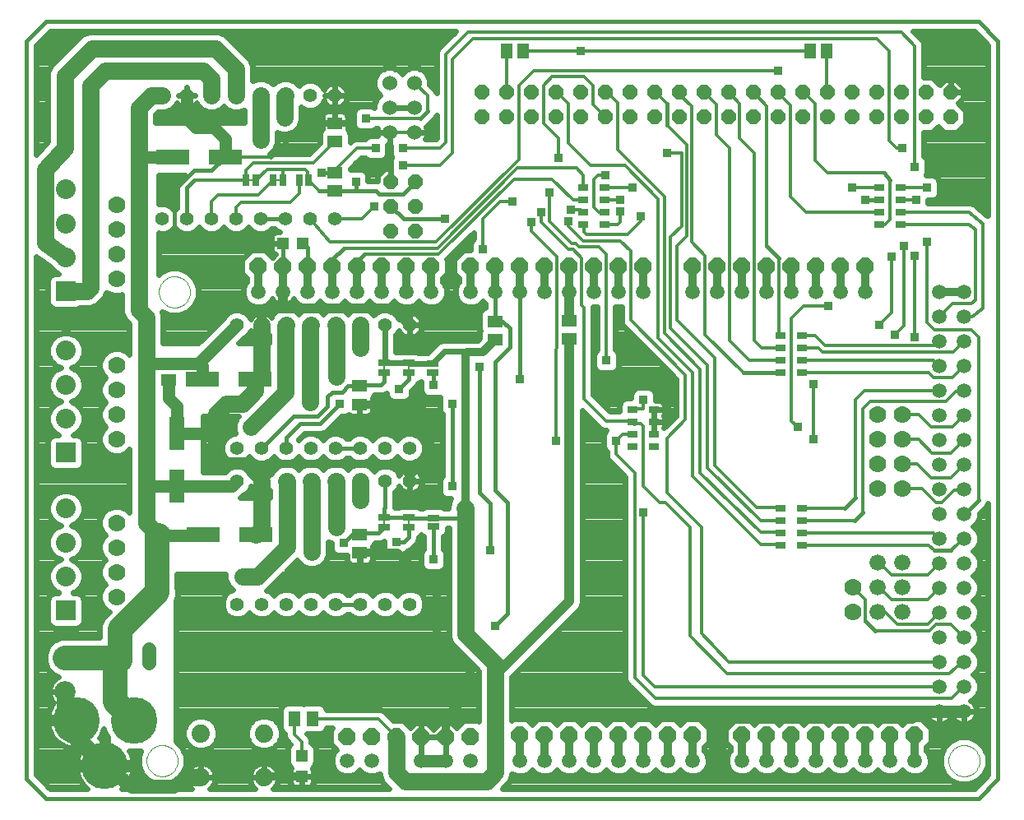
<source format=gtl>
G75*
G70*
%OFA0B0*%
%FSLAX24Y24*%
%IPPOS*%
%LPD*%
%AMOC8*
5,1,8,0,0,1.08239X$1,22.5*
%
%ADD10C,0.0160*%
%ADD11C,0.0594*%
%ADD12C,0.0000*%
%ADD13R,0.0472X0.0472*%
%ADD14R,0.0630X0.1378*%
%ADD15R,0.0591X0.0512*%
%ADD16C,0.0700*%
%ADD17C,0.0554*%
%ADD18C,0.0600*%
%ADD19R,0.1378X0.0630*%
%ADD20C,0.1890*%
%ADD21C,0.0560*%
%ADD22R,0.0512X0.0591*%
%ADD23R,0.0800X0.0800*%
%ADD24C,0.0800*%
%ADD25C,0.0860*%
%ADD26C,0.0740*%
%ADD27R,0.0433X0.0295*%
%ADD28OC8,0.0700*%
%ADD29C,0.0660*%
%ADD30OC8,0.0600*%
%ADD31C,0.0080*%
%ADD32R,0.0500X0.0250*%
%ADD33R,0.0250X0.0500*%
%ADD34C,0.0700*%
%ADD35C,0.0500*%
%ADD36C,0.0320*%
%ADD37R,0.0356X0.0356*%
%ADD38C,0.0400*%
%ADD39C,0.0120*%
%ADD40C,0.0240*%
%ADD41C,0.1000*%
D10*
X002220Y002007D02*
X003007Y001220D01*
X040803Y001220D01*
X041590Y002007D01*
X041590Y031929D01*
X040803Y032716D01*
X003007Y032716D01*
X002220Y031929D01*
X002220Y002007D01*
X014767Y009098D02*
X015767Y009098D01*
X015070Y011570D02*
X015420Y011920D01*
X015733Y011920D01*
X015733Y011921D01*
X015804Y011992D02*
X016492Y011992D01*
X016720Y012220D01*
X016720Y012620D02*
X016720Y012976D01*
X016767Y013023D01*
X016767Y014098D01*
X016720Y012620D02*
X017720Y012620D01*
X017743Y012597D01*
X018720Y012597D01*
X019997Y012597D01*
X020020Y012620D01*
X021020Y013170D02*
X021020Y011270D01*
X018720Y010920D02*
X018720Y012243D01*
X017720Y012220D02*
X017720Y011820D01*
X017520Y011620D01*
X017220Y011620D01*
X019470Y013870D02*
X019470Y017220D01*
X018720Y017970D02*
X018720Y018443D01*
X018670Y018493D01*
X017720Y018470D02*
X017720Y018220D01*
X017320Y017820D01*
X016720Y018120D02*
X016570Y017970D01*
X015746Y017970D01*
X015720Y017944D01*
X015244Y017944D01*
X015020Y017670D01*
X014620Y017670D01*
X014420Y017520D01*
X014420Y017120D01*
X014020Y016720D01*
X013051Y016720D01*
X011748Y015417D01*
X012748Y015417D02*
X012748Y015848D01*
X013320Y016420D01*
X014120Y016420D01*
X014920Y017220D01*
X016720Y018120D02*
X016720Y018470D01*
X015720Y019470D02*
X015748Y019498D01*
X015620Y022770D02*
X015620Y022970D01*
X015920Y023270D01*
X015070Y023520D02*
X014620Y023070D01*
X014620Y022770D01*
X013620Y022770D02*
X013620Y023533D01*
X013433Y023720D01*
X012620Y023707D02*
X012607Y023720D01*
X008370Y023720D01*
X008220Y023870D01*
X008220Y025870D01*
X009020Y026670D01*
X009733Y026670D01*
X010283Y027220D01*
X009020Y026270D02*
X008720Y025970D01*
X008720Y024720D01*
X011720Y024720D02*
X012720Y024720D01*
X012620Y023707D02*
X012620Y022770D01*
X014071Y025846D02*
X014720Y025846D01*
X015570Y025846D01*
X015570Y026220D01*
X015570Y025846D02*
X016394Y025846D01*
X016520Y025720D01*
X017470Y025720D01*
X017970Y026220D01*
X016970Y026220D02*
X016970Y028183D01*
X016936Y028217D01*
X016423Y028217D02*
X015573Y028217D01*
X015220Y028570D01*
X014744Y028570D01*
X014720Y028594D01*
X014720Y029720D01*
X014696Y028570D02*
X013470Y028570D01*
X012120Y027220D01*
X014170Y026570D02*
X014696Y026570D01*
X014720Y026594D01*
X014720Y026670D01*
X016970Y025220D02*
X017520Y024720D01*
X019170Y024720D01*
X021220Y021751D02*
X021220Y020570D01*
X021212Y020562D02*
X021528Y020562D01*
X021820Y020270D01*
X021820Y019520D01*
X021220Y018920D01*
X021220Y013720D01*
X021720Y013220D01*
X021720Y008720D01*
X021220Y008220D01*
X021020Y013170D02*
X020570Y013620D01*
X020570Y018720D01*
X020220Y019311D02*
X020188Y019342D01*
X022220Y018220D02*
X022220Y021751D01*
X024820Y024449D02*
X024799Y024470D01*
X028170Y028520D02*
X028170Y029370D01*
X027706Y029834D02*
X027677Y029834D01*
X027677Y028834D02*
X027670Y028827D01*
X025756Y029834D02*
X025677Y029834D01*
X023706Y029834D02*
X023677Y029834D01*
X021685Y029843D02*
X021677Y029834D01*
X018470Y029070D02*
X018170Y028770D01*
X031270Y018470D02*
X032799Y018470D01*
X032799Y019970D02*
X032720Y020049D01*
X032720Y023120D02*
X032220Y023620D01*
X036220Y025470D02*
X036799Y025470D01*
X037220Y026270D02*
X036970Y026570D01*
X034677Y029834D02*
X034655Y029856D01*
X033706Y029834D02*
X033677Y029834D01*
X032677Y029834D02*
X032677Y029813D01*
X028170Y016970D02*
X027641Y016970D01*
X027641Y016470D01*
X027641Y015970D01*
X026849Y016420D02*
X026799Y016470D01*
X026749Y016520D01*
X026799Y016970D02*
X026849Y017020D01*
X032749Y013020D02*
X032799Y012970D01*
X032749Y012020D02*
X032799Y011970D01*
X032749Y011520D02*
X032799Y011470D01*
X035370Y012970D02*
X035820Y013420D01*
X036120Y012820D02*
X035770Y012470D01*
X036720Y010770D02*
X036770Y010770D01*
X036770Y009770D02*
X036720Y009770D01*
X036220Y008420D02*
X036620Y008020D01*
X039020Y011270D02*
X039689Y011270D01*
X040220Y012751D02*
X040251Y012751D01*
X040820Y013320D01*
X015748Y015417D02*
X014748Y015417D01*
D11*
X014620Y021751D03*
X013620Y021751D03*
X012620Y021751D03*
X011620Y021751D03*
X015620Y021751D03*
X016620Y021751D03*
X017620Y021751D03*
X018620Y021751D03*
X020220Y021751D03*
X021220Y021751D03*
X022220Y021751D03*
X023220Y021751D03*
X024220Y021751D03*
X025220Y021751D03*
X026220Y021751D03*
X027220Y021751D03*
X029220Y021751D03*
X030220Y021751D03*
X031220Y021751D03*
X032220Y021751D03*
X033220Y021751D03*
X034220Y021751D03*
X035220Y021751D03*
X036220Y021751D03*
X039220Y021751D03*
X040220Y021751D03*
X040220Y020751D03*
X039220Y020751D03*
X039220Y019751D03*
X040220Y019751D03*
X040220Y018751D03*
X039220Y018751D03*
X039220Y017751D03*
X040220Y017751D03*
X040220Y016751D03*
X039220Y016751D03*
X039220Y015751D03*
X040220Y015751D03*
X040220Y014751D03*
X039220Y014751D03*
X039220Y013751D03*
X039220Y012751D03*
X040220Y012751D03*
X040220Y013751D03*
X040220Y011751D03*
X039220Y011751D03*
X039220Y010751D03*
X040220Y010751D03*
X040220Y009751D03*
X039220Y009751D03*
X039220Y008751D03*
X040220Y008751D03*
X040220Y007751D03*
X039220Y007751D03*
X039220Y006751D03*
X040220Y006751D03*
X040220Y005751D03*
X039220Y005751D03*
X039220Y004751D03*
X040220Y004751D03*
X038220Y002751D03*
X037220Y002751D03*
X036220Y002751D03*
X035220Y002751D03*
X034220Y002751D03*
X033220Y002751D03*
X032220Y002751D03*
X031220Y002751D03*
X029220Y002751D03*
X028220Y002751D03*
X027220Y002751D03*
X026220Y002751D03*
X025220Y002751D03*
X024220Y002751D03*
X023220Y002751D03*
X022220Y002751D03*
X020220Y002751D03*
X019220Y002751D03*
X018220Y002751D03*
X017220Y002751D03*
X016220Y002751D03*
X015220Y002751D03*
D12*
X007090Y002751D02*
X007092Y002801D01*
X007098Y002851D01*
X007108Y002900D01*
X007122Y002948D01*
X007139Y002995D01*
X007160Y003040D01*
X007185Y003084D01*
X007213Y003125D01*
X007245Y003164D01*
X007279Y003201D01*
X007316Y003235D01*
X007356Y003265D01*
X007398Y003292D01*
X007442Y003316D01*
X007488Y003337D01*
X007535Y003353D01*
X007583Y003366D01*
X007633Y003375D01*
X007682Y003380D01*
X007733Y003381D01*
X007783Y003378D01*
X007832Y003371D01*
X007881Y003360D01*
X007929Y003345D01*
X007975Y003327D01*
X008020Y003305D01*
X008063Y003279D01*
X008104Y003250D01*
X008143Y003218D01*
X008179Y003183D01*
X008211Y003145D01*
X008241Y003105D01*
X008268Y003062D01*
X008291Y003018D01*
X008310Y002972D01*
X008326Y002924D01*
X008338Y002875D01*
X008346Y002826D01*
X008350Y002776D01*
X008350Y002726D01*
X008346Y002676D01*
X008338Y002627D01*
X008326Y002578D01*
X008310Y002530D01*
X008291Y002484D01*
X008268Y002440D01*
X008241Y002397D01*
X008211Y002357D01*
X008179Y002319D01*
X008143Y002284D01*
X008104Y002252D01*
X008063Y002223D01*
X008020Y002197D01*
X007975Y002175D01*
X007929Y002157D01*
X007881Y002142D01*
X007832Y002131D01*
X007783Y002124D01*
X007733Y002121D01*
X007682Y002122D01*
X007633Y002127D01*
X007583Y002136D01*
X007535Y002149D01*
X007488Y002165D01*
X007442Y002186D01*
X007398Y002210D01*
X007356Y002237D01*
X007316Y002267D01*
X007279Y002301D01*
X007245Y002338D01*
X007213Y002377D01*
X007185Y002418D01*
X007160Y002462D01*
X007139Y002507D01*
X007122Y002554D01*
X007108Y002602D01*
X007098Y002651D01*
X007092Y002701D01*
X007090Y002751D01*
X007590Y021751D02*
X007592Y021801D01*
X007598Y021851D01*
X007608Y021900D01*
X007622Y021948D01*
X007639Y021995D01*
X007660Y022040D01*
X007685Y022084D01*
X007713Y022125D01*
X007745Y022164D01*
X007779Y022201D01*
X007816Y022235D01*
X007856Y022265D01*
X007898Y022292D01*
X007942Y022316D01*
X007988Y022337D01*
X008035Y022353D01*
X008083Y022366D01*
X008133Y022375D01*
X008182Y022380D01*
X008233Y022381D01*
X008283Y022378D01*
X008332Y022371D01*
X008381Y022360D01*
X008429Y022345D01*
X008475Y022327D01*
X008520Y022305D01*
X008563Y022279D01*
X008604Y022250D01*
X008643Y022218D01*
X008679Y022183D01*
X008711Y022145D01*
X008741Y022105D01*
X008768Y022062D01*
X008791Y022018D01*
X008810Y021972D01*
X008826Y021924D01*
X008838Y021875D01*
X008846Y021826D01*
X008850Y021776D01*
X008850Y021726D01*
X008846Y021676D01*
X008838Y021627D01*
X008826Y021578D01*
X008810Y021530D01*
X008791Y021484D01*
X008768Y021440D01*
X008741Y021397D01*
X008711Y021357D01*
X008679Y021319D01*
X008643Y021284D01*
X008604Y021252D01*
X008563Y021223D01*
X008520Y021197D01*
X008475Y021175D01*
X008429Y021157D01*
X008381Y021142D01*
X008332Y021131D01*
X008283Y021124D01*
X008233Y021121D01*
X008182Y021122D01*
X008133Y021127D01*
X008083Y021136D01*
X008035Y021149D01*
X007988Y021165D01*
X007942Y021186D01*
X007898Y021210D01*
X007856Y021237D01*
X007816Y021267D01*
X007779Y021301D01*
X007745Y021338D01*
X007713Y021377D01*
X007685Y021418D01*
X007660Y021462D01*
X007639Y021507D01*
X007622Y021554D01*
X007608Y021602D01*
X007598Y021651D01*
X007592Y021701D01*
X007590Y021751D01*
X039590Y002751D02*
X039592Y002801D01*
X039598Y002851D01*
X039608Y002900D01*
X039622Y002948D01*
X039639Y002995D01*
X039660Y003040D01*
X039685Y003084D01*
X039713Y003125D01*
X039745Y003164D01*
X039779Y003201D01*
X039816Y003235D01*
X039856Y003265D01*
X039898Y003292D01*
X039942Y003316D01*
X039988Y003337D01*
X040035Y003353D01*
X040083Y003366D01*
X040133Y003375D01*
X040182Y003380D01*
X040233Y003381D01*
X040283Y003378D01*
X040332Y003371D01*
X040381Y003360D01*
X040429Y003345D01*
X040475Y003327D01*
X040520Y003305D01*
X040563Y003279D01*
X040604Y003250D01*
X040643Y003218D01*
X040679Y003183D01*
X040711Y003145D01*
X040741Y003105D01*
X040768Y003062D01*
X040791Y003018D01*
X040810Y002972D01*
X040826Y002924D01*
X040838Y002875D01*
X040846Y002826D01*
X040850Y002776D01*
X040850Y002726D01*
X040846Y002676D01*
X040838Y002627D01*
X040826Y002578D01*
X040810Y002530D01*
X040791Y002484D01*
X040768Y002440D01*
X040741Y002397D01*
X040711Y002357D01*
X040679Y002319D01*
X040643Y002284D01*
X040604Y002252D01*
X040563Y002223D01*
X040520Y002197D01*
X040475Y002175D01*
X040429Y002157D01*
X040381Y002142D01*
X040332Y002131D01*
X040283Y002124D01*
X040233Y002121D01*
X040182Y002122D01*
X040133Y002127D01*
X040083Y002136D01*
X040035Y002149D01*
X039988Y002165D01*
X039942Y002186D01*
X039898Y002210D01*
X039856Y002237D01*
X039816Y002267D01*
X039779Y002301D01*
X039745Y002338D01*
X039713Y002377D01*
X039685Y002418D01*
X039660Y002462D01*
X039639Y002507D01*
X039622Y002554D01*
X039608Y002602D01*
X039598Y002651D01*
X039592Y002701D01*
X039590Y002751D01*
D13*
X013379Y002954D03*
X013379Y002127D03*
X013433Y023720D03*
X012607Y023720D03*
D14*
X008311Y016021D03*
X008311Y013895D03*
D15*
X007976Y018180D03*
X007976Y018849D03*
X015720Y017944D03*
X015720Y017196D03*
X021212Y019814D03*
X021212Y020562D03*
X024220Y020594D03*
X024220Y019846D03*
X014720Y025846D03*
X014720Y026594D03*
X014720Y027846D03*
X014720Y028594D03*
X015733Y011921D03*
X015733Y011173D03*
D16*
X005870Y011389D03*
X005870Y012389D03*
X005870Y010389D03*
X005870Y009389D03*
X005870Y015786D03*
X005870Y016786D03*
X005870Y017786D03*
X005870Y018786D03*
X005870Y022270D03*
X005870Y023270D03*
X005870Y024270D03*
X005870Y025270D03*
X035720Y009770D03*
X035720Y008770D03*
X036720Y013770D03*
X037720Y013770D03*
X037720Y014770D03*
X036720Y014770D03*
X036720Y015770D03*
X037720Y015770D03*
X037720Y016770D03*
X036720Y016770D03*
D17*
X017748Y015417D03*
X016748Y015417D03*
X015748Y015417D03*
X014748Y015417D03*
X013748Y015417D03*
X012748Y015417D03*
X011748Y015417D03*
X010748Y015417D03*
X010767Y014098D03*
X011767Y014098D03*
X012767Y014098D03*
X013767Y014098D03*
X014767Y014098D03*
X015767Y014098D03*
X016767Y014098D03*
X017767Y014098D03*
X017767Y009098D03*
X016767Y009098D03*
X015767Y009098D03*
X014767Y009098D03*
X013767Y009098D03*
X012767Y009098D03*
X011767Y009098D03*
X010767Y009098D03*
X010748Y020417D03*
X011748Y020417D03*
X012748Y020417D03*
X013748Y020417D03*
X014748Y020417D03*
X015748Y020417D03*
X016748Y020417D03*
X017748Y020417D03*
X014720Y024720D03*
X013720Y024720D03*
X012720Y024720D03*
X011720Y024720D03*
X010720Y024720D03*
X009720Y024720D03*
X008720Y024720D03*
X007720Y024720D03*
X007720Y029720D03*
X008720Y029720D03*
X009720Y029720D03*
X010720Y029720D03*
X011720Y029720D03*
X012720Y029720D03*
X013720Y029720D03*
X014720Y029720D03*
D18*
X016936Y030217D03*
X017936Y030217D03*
X017936Y029217D03*
X017936Y028217D03*
X016936Y028217D03*
X016936Y029217D03*
D19*
X010283Y027220D03*
X008157Y027220D03*
X009357Y018217D03*
X011483Y018217D03*
X011505Y011901D03*
X009379Y011901D03*
D20*
X006574Y004397D03*
X005393Y002547D03*
X004251Y004397D03*
D21*
X005393Y002547D02*
X006470Y001720D01*
X008170Y001720D01*
X008680Y002080D01*
X007191Y006730D02*
X007191Y007290D01*
X006191Y007290D02*
X006191Y006730D01*
D22*
X013079Y004451D03*
X013827Y004451D03*
X021685Y031520D03*
X022355Y031520D03*
X033985Y031520D03*
X034655Y031520D03*
D23*
X003820Y021770D03*
X003820Y015236D03*
X003820Y008842D03*
D24*
X003820Y010220D03*
X003820Y011598D03*
X003820Y012976D03*
X003820Y016614D03*
X003820Y017992D03*
X003820Y019370D03*
X003820Y023148D03*
X003820Y024526D03*
X003820Y025904D03*
D25*
X003789Y006928D03*
X003789Y005550D03*
D26*
X009290Y003860D03*
X009290Y002080D03*
X011850Y002080D03*
X011850Y003860D03*
D27*
X026799Y015470D03*
X026799Y015970D03*
X026799Y016470D03*
X026799Y016970D03*
X027641Y016970D03*
X027641Y016470D03*
X027641Y015970D03*
X027641Y015470D03*
X032799Y012970D03*
X032799Y012470D03*
X032799Y011970D03*
X032799Y011470D03*
X033641Y011470D03*
X033641Y011970D03*
X033641Y012470D03*
X033641Y012970D03*
X033641Y018470D03*
X033641Y018970D03*
X033641Y019470D03*
X033641Y019970D03*
X032799Y019970D03*
X032799Y019470D03*
X032799Y018970D03*
X032799Y018470D03*
X036799Y024470D03*
X036799Y024970D03*
X036799Y025470D03*
X036799Y025970D03*
X037641Y025970D03*
X037641Y025470D03*
X037641Y024970D03*
X037641Y024470D03*
X025641Y024470D03*
X025641Y024970D03*
X025641Y025470D03*
X025641Y025970D03*
X024799Y025970D03*
X024799Y025470D03*
X024799Y024970D03*
X024799Y024470D03*
D28*
X025220Y022770D03*
X026220Y022770D03*
X027220Y022770D03*
X029220Y022770D03*
X030220Y022770D03*
X031220Y022770D03*
X032220Y022770D03*
X033220Y022770D03*
X034220Y022770D03*
X035220Y022770D03*
X036220Y022770D03*
X024220Y022770D03*
X023220Y022770D03*
X022220Y022770D03*
X021220Y022770D03*
X020220Y022770D03*
X018620Y022770D03*
X017620Y022770D03*
X016620Y022770D03*
X015620Y022770D03*
X014620Y022770D03*
X013620Y022770D03*
X012620Y022770D03*
X011620Y022770D03*
X015220Y003720D03*
X016220Y003720D03*
X017220Y003720D03*
X018220Y003720D03*
X019220Y003720D03*
X020220Y003720D03*
X022220Y003770D03*
X023220Y003770D03*
X024220Y003770D03*
X025220Y003770D03*
X026220Y003770D03*
X027220Y003770D03*
X028220Y003770D03*
X029220Y003770D03*
X031220Y003770D03*
X032220Y003770D03*
X033220Y003770D03*
X034220Y003770D03*
X035220Y003770D03*
X036220Y003770D03*
X037220Y003770D03*
X038220Y003770D03*
D29*
X037720Y008770D03*
X036720Y008770D03*
X036720Y009770D03*
X037720Y009770D03*
X037720Y010770D03*
X036720Y010770D03*
D30*
X017970Y024220D03*
X016970Y024220D03*
X016970Y025220D03*
X017970Y025220D03*
X017970Y026220D03*
X016970Y026220D03*
X020677Y028834D03*
X021677Y028834D03*
X022677Y028834D03*
X023677Y028834D03*
X024677Y028834D03*
X025677Y028834D03*
X026677Y028834D03*
X027677Y028834D03*
X028677Y028834D03*
X029677Y028834D03*
X030677Y028834D03*
X031677Y028834D03*
X032677Y028834D03*
X033677Y028834D03*
X034677Y028834D03*
X035677Y028834D03*
X036677Y028834D03*
X037677Y028834D03*
X038677Y028834D03*
X039677Y028834D03*
X039677Y029834D03*
X038677Y029834D03*
X037677Y029834D03*
X036677Y029834D03*
X035677Y029834D03*
X034677Y029834D03*
X033677Y029834D03*
X032677Y029834D03*
X031677Y029834D03*
X030677Y029834D03*
X029677Y029834D03*
X028677Y029834D03*
X027677Y029834D03*
X026677Y029834D03*
X025677Y029834D03*
X024677Y029834D03*
X023677Y029834D03*
X022677Y029834D03*
X021677Y029834D03*
X020677Y029834D03*
D31*
X012570Y026270D02*
X012270Y026270D01*
X011470Y026270D02*
X011170Y026270D01*
X016720Y018820D02*
X016720Y018520D01*
X017720Y018520D02*
X017720Y018820D01*
X017720Y012570D02*
X017720Y012270D01*
X016720Y012270D02*
X016720Y012570D01*
D32*
X016720Y012620D03*
X016720Y012220D03*
X017720Y012220D03*
X017720Y012620D03*
X018720Y012597D03*
X018720Y012243D03*
X018670Y018493D03*
X018670Y018847D03*
X017720Y018870D03*
X017720Y018470D03*
X016720Y018470D03*
X016720Y018870D03*
D33*
X013647Y026270D03*
X013293Y026270D03*
X012620Y026270D03*
X012220Y026270D03*
X011520Y026270D03*
X011120Y026270D03*
D34*
X011720Y027920D02*
X011720Y029720D01*
X010720Y029720D02*
X010720Y030770D01*
X009870Y031620D01*
X004870Y031620D01*
X003770Y030520D01*
X003770Y027570D01*
X002970Y026720D01*
X002970Y023748D01*
X003820Y023148D01*
X003820Y021770D02*
X004670Y021770D01*
X004820Y021920D01*
X004820Y030120D01*
X005420Y030720D01*
X009370Y030720D01*
X009720Y030370D01*
X009720Y029720D01*
X007720Y029720D02*
X007270Y029720D01*
X006770Y029220D01*
X006770Y027220D01*
X006770Y021020D01*
X007070Y020720D01*
X007070Y018920D01*
X007070Y013920D01*
X007070Y012370D01*
X007570Y011870D01*
X010970Y010220D02*
X011570Y010220D01*
X012770Y011420D01*
X012770Y014095D01*
X012767Y014098D01*
X011767Y014098D02*
X011767Y012163D01*
X011505Y011901D01*
X013770Y011220D02*
X013770Y014095D01*
X013767Y014098D01*
X014767Y014098D02*
X014770Y014095D01*
X014770Y012220D01*
X015767Y013323D02*
X015767Y014098D01*
X013720Y017270D02*
X013720Y020389D01*
X013748Y020417D01*
X014748Y020417D02*
X014770Y020394D01*
X014770Y018320D01*
X015748Y019498D02*
X015748Y020417D01*
X012748Y020417D02*
X012720Y020389D01*
X012720Y017670D01*
X011320Y016270D01*
X010970Y017220D02*
X010320Y017220D01*
X009920Y016820D01*
X009920Y016020D01*
X009920Y015120D01*
X009970Y015070D01*
X010970Y017220D02*
X011483Y017733D01*
X011483Y018217D01*
X011748Y018482D02*
X011748Y020417D01*
X019998Y012992D02*
X020020Y012970D01*
X020020Y012620D01*
X020020Y009970D01*
X020020Y007870D01*
X021220Y006670D01*
X021220Y006220D01*
X021220Y002270D01*
X020870Y001920D01*
X017570Y001920D01*
X017220Y002270D01*
X017220Y002751D01*
X017220Y003720D01*
X009290Y002080D02*
X008680Y002080D01*
X005393Y002547D02*
X004251Y003689D01*
X004251Y004397D01*
X003789Y004859D01*
X003789Y005550D01*
X030220Y003870D02*
X030220Y002720D01*
X012670Y028820D02*
X012670Y029670D01*
X012720Y029720D01*
D35*
X010283Y027957D02*
X009820Y028420D01*
X009070Y028420D01*
X008720Y028770D01*
X008720Y029720D01*
X010283Y027957D02*
X010283Y027220D01*
X008157Y027220D02*
X006770Y027220D01*
X010748Y020417D02*
X009210Y018880D01*
X009353Y018737D01*
X009353Y018220D01*
X009357Y018217D01*
X009180Y018849D02*
X009210Y018880D01*
X009180Y018849D02*
X007976Y018849D01*
X007141Y018849D01*
X007070Y018920D01*
X007976Y018180D02*
X007976Y017464D01*
X008320Y017120D01*
X008320Y016030D01*
X008311Y016021D01*
X009919Y016021D01*
X009920Y016020D01*
X009970Y015070D02*
X010220Y014820D01*
X011045Y014820D01*
X011767Y014098D01*
X010767Y014098D02*
X010564Y013895D01*
X008311Y013895D01*
X007095Y013895D01*
X007070Y013920D01*
X007570Y011870D02*
X009348Y011870D01*
X009379Y011901D01*
X006191Y007010D02*
X005830Y007010D01*
X005820Y007020D01*
X015767Y013323D02*
X015770Y013320D01*
X011483Y018217D02*
X011748Y018482D01*
X030220Y003870D02*
X030720Y004370D01*
X030870Y004520D02*
X038070Y004520D01*
X038301Y004751D02*
X039220Y004751D01*
X040220Y004751D01*
X019220Y002751D02*
X018220Y002751D01*
D36*
X019220Y003720D02*
X019220Y004520D01*
X020220Y005520D01*
X020220Y006370D01*
X018845Y007745D01*
X018845Y009595D01*
X017520Y010920D01*
X017267Y011173D01*
X015733Y011173D01*
X015733Y011921D02*
X015804Y011992D01*
X017767Y014098D02*
X017767Y014323D01*
X018570Y015126D01*
X018570Y016670D01*
X018044Y017196D01*
X015720Y017196D01*
X017320Y014770D02*
X012439Y014770D01*
X011767Y014098D01*
X017320Y014770D02*
X017767Y014323D01*
X020020Y012970D02*
X020020Y019261D01*
X020070Y019311D01*
X020220Y019311D01*
X020709Y019311D01*
X021212Y019814D01*
X021244Y019846D01*
X021212Y020562D02*
X021220Y020570D01*
X021220Y021751D02*
X021220Y022770D01*
X020220Y022770D02*
X020220Y021751D01*
X018620Y021751D02*
X018620Y022770D01*
X017620Y022770D02*
X017620Y021751D01*
X016620Y021751D02*
X016620Y022770D01*
X015620Y022770D02*
X015620Y021751D01*
X014620Y021751D02*
X014620Y022770D01*
X013620Y022770D02*
X013620Y021751D01*
X012620Y021751D02*
X012620Y022770D01*
X011620Y022770D02*
X011620Y021751D01*
X022220Y021751D02*
X022220Y022770D01*
X023220Y022770D02*
X023220Y021751D01*
X024220Y021751D02*
X024220Y022770D01*
X025220Y022770D02*
X025220Y021751D01*
X026220Y021751D02*
X026220Y022770D01*
X027220Y022770D02*
X027220Y021751D01*
X029220Y021751D02*
X029220Y022770D01*
X030220Y022770D02*
X030220Y021751D01*
X031220Y021751D02*
X031220Y022770D01*
X032220Y022770D02*
X032220Y021751D01*
X033220Y021751D02*
X033220Y022770D01*
X034220Y022770D02*
X034220Y021751D01*
X035220Y021751D02*
X035220Y022770D01*
X036220Y022770D02*
X036220Y021751D01*
X039220Y021751D02*
X040220Y021751D01*
X024220Y019846D02*
X024220Y019220D01*
X020070Y010020D02*
X020020Y009970D01*
X022220Y003770D02*
X022220Y002751D01*
X023220Y002751D02*
X023220Y003770D01*
X024220Y003770D02*
X024220Y002751D01*
X025220Y002751D02*
X025220Y003770D01*
X026220Y003770D02*
X026220Y002751D01*
X027220Y002751D02*
X027220Y003770D01*
X028220Y003770D02*
X028220Y002751D01*
X029220Y002751D02*
X029220Y003770D01*
X030720Y004370D02*
X030870Y004520D01*
X031220Y003770D02*
X031220Y002751D01*
X032220Y002751D02*
X032220Y003770D01*
X033220Y003770D02*
X033220Y002751D01*
X034220Y002751D02*
X034220Y003770D01*
X035220Y003770D02*
X035220Y002751D01*
X036220Y002751D02*
X036220Y003770D01*
X037220Y003770D02*
X037220Y002751D01*
X038220Y002751D02*
X038220Y003770D01*
X038070Y004520D02*
X038301Y004751D01*
X013379Y002127D02*
X011897Y002127D01*
X011850Y002080D01*
X006191Y006991D02*
X006191Y007010D01*
X006191Y006991D02*
X006020Y006820D01*
D37*
X010970Y010220D03*
X013770Y011220D03*
X015070Y011570D03*
X014770Y012220D03*
X015770Y013320D03*
X017220Y011620D03*
X018120Y011420D03*
X018720Y010920D03*
X021020Y011270D03*
X019470Y013870D03*
X019470Y017220D03*
X018720Y017970D03*
X017320Y017820D03*
X015720Y019470D03*
X014770Y018320D03*
X014920Y017220D03*
X013720Y017270D03*
X011320Y016270D03*
X020570Y018720D03*
X022220Y018220D03*
X024220Y018270D03*
X025720Y018970D03*
X027220Y017370D03*
X028170Y016970D03*
X026120Y015720D03*
X023670Y015720D03*
X027220Y012820D03*
X021220Y008220D03*
X030220Y004220D03*
X030220Y002720D03*
X034120Y015770D03*
X033470Y016270D03*
X034120Y018020D03*
X036770Y020420D03*
X037420Y020020D03*
X038220Y019920D03*
X034720Y021170D03*
X037270Y023170D03*
X037770Y023620D03*
X038220Y023220D03*
X038720Y023770D03*
X038270Y025470D03*
X038720Y025970D03*
X038220Y026820D03*
X037720Y027570D03*
X035670Y025970D03*
X036220Y025470D03*
X032670Y030720D03*
X028170Y027370D03*
X026770Y025970D03*
X026270Y025470D03*
X026270Y025020D03*
X027120Y024820D03*
X025670Y026470D03*
X024270Y025070D03*
X024170Y024620D03*
X023070Y024970D03*
X022670Y024570D03*
X021920Y025420D03*
X023420Y025770D03*
X023770Y027170D03*
X020720Y023470D03*
X019170Y024720D03*
X017470Y026870D03*
X017470Y027570D03*
X016370Y027570D03*
X015970Y028770D03*
X014170Y026570D03*
X015570Y026220D03*
X016320Y025220D03*
X012670Y028820D03*
X011720Y027920D03*
X024670Y031520D03*
D38*
X024220Y021751D02*
X024220Y020594D01*
X024220Y019846D02*
X024220Y018270D01*
X024220Y019220D01*
X024220Y018270D02*
X024220Y009220D01*
X021220Y006220D01*
X017748Y020417D02*
X017094Y021070D01*
X012620Y021070D01*
X012620Y021751D01*
X012620Y021070D02*
X012020Y021070D01*
X011748Y020798D01*
X011748Y020417D01*
D39*
X015070Y023520D02*
X018870Y023520D01*
X022120Y026770D01*
X024520Y026770D01*
X024799Y026491D01*
X024799Y025970D01*
X025220Y026020D02*
X025220Y026320D01*
X025370Y026470D01*
X025670Y026470D01*
X025641Y025970D02*
X026770Y025970D01*
X026270Y025470D02*
X025641Y025470D01*
X025641Y024970D02*
X025420Y024970D01*
X025220Y025170D01*
X025220Y026020D01*
X024799Y025470D02*
X024370Y025470D01*
X023520Y026320D01*
X021970Y026320D01*
X018920Y023270D01*
X015920Y023270D01*
X014520Y023770D02*
X018820Y023770D01*
X022170Y027120D01*
X022170Y030120D01*
X022770Y030720D01*
X032670Y030720D01*
X032677Y029813D02*
X033170Y029320D01*
X033170Y025620D01*
X033820Y024970D01*
X036799Y024970D01*
X036799Y024470D02*
X037020Y024470D01*
X037220Y024670D01*
X037220Y026270D01*
X036970Y026570D02*
X034670Y026570D01*
X034170Y027070D01*
X034170Y029370D01*
X033706Y029834D01*
X034655Y029856D02*
X034655Y031520D01*
X033985Y031520D02*
X024670Y031520D01*
X024470Y031520D01*
X022355Y031520D01*
X021685Y031520D02*
X021685Y029843D01*
X023170Y030120D02*
X023170Y028570D01*
X023770Y027970D01*
X023770Y027170D01*
X024170Y027770D02*
X025070Y026870D01*
X026470Y026870D01*
X027820Y025520D01*
X027820Y019870D01*
X029220Y018470D01*
X029220Y014270D01*
X031970Y011520D01*
X032749Y011520D01*
X032749Y012020D02*
X031970Y012020D01*
X029520Y014420D01*
X029520Y018620D01*
X028070Y020070D01*
X028070Y025620D01*
X026170Y027520D01*
X026170Y029420D01*
X025756Y029834D01*
X025170Y030120D02*
X024820Y030470D01*
X023520Y030470D01*
X023170Y030120D01*
X023706Y029834D02*
X024170Y029370D01*
X024170Y027770D01*
X025677Y028834D02*
X025170Y029341D01*
X025170Y030120D01*
X027706Y029834D02*
X028170Y029370D01*
X028677Y029763D02*
X029170Y029270D01*
X029170Y023770D01*
X029720Y023220D01*
X029720Y020020D01*
X031270Y018470D01*
X031520Y018970D02*
X030720Y019770D01*
X030720Y027570D01*
X030170Y028120D01*
X030170Y029341D01*
X029677Y029834D01*
X030677Y029834D02*
X031120Y029391D01*
X031120Y027970D01*
X031720Y027370D01*
X031720Y019770D01*
X032020Y019470D01*
X032799Y019470D01*
X032799Y018970D02*
X031520Y018970D01*
X030120Y019070D02*
X030120Y014720D01*
X031820Y013020D01*
X032749Y013020D01*
X032799Y012470D02*
X031970Y012470D01*
X029820Y014620D01*
X029820Y018770D01*
X028320Y020270D01*
X028320Y023970D01*
X028770Y024420D01*
X028770Y027370D01*
X028170Y027370D01*
X028970Y027720D02*
X028970Y024020D01*
X028570Y023620D01*
X028570Y020620D01*
X030120Y019070D01*
X028920Y018370D02*
X026720Y020620D01*
X026720Y023420D01*
X026270Y023820D01*
X024770Y023820D01*
X024170Y024420D01*
X024170Y024620D01*
X024270Y025070D02*
X024699Y025070D01*
X024799Y024970D01*
X024820Y024449D02*
X024820Y024170D01*
X024920Y024070D01*
X026570Y024070D01*
X027120Y024620D01*
X027120Y024820D01*
X026270Y025020D02*
X026270Y024570D01*
X026170Y024470D01*
X025641Y024470D01*
X025420Y023570D02*
X024620Y023570D01*
X024470Y023720D01*
X024320Y023720D01*
X023420Y024620D01*
X023420Y025770D01*
X023070Y024970D02*
X023070Y024570D01*
X024170Y023470D01*
X024370Y023470D01*
X024720Y023120D01*
X024720Y021220D01*
X024820Y021120D01*
X024820Y017420D01*
X025720Y016520D01*
X026749Y016520D01*
X026849Y016420D02*
X027120Y016420D01*
X027220Y016320D01*
X027220Y013870D01*
X027870Y013220D01*
X028120Y013220D01*
X029120Y012220D01*
X029120Y007820D01*
X030620Y006270D01*
X039620Y006270D01*
X040151Y006751D01*
X040220Y006751D01*
X039220Y006751D02*
X030689Y006751D01*
X029570Y007920D01*
X029570Y012220D01*
X028170Y013620D01*
X028170Y015820D01*
X028920Y016570D01*
X028920Y018370D01*
X027220Y017370D02*
X027220Y017020D01*
X026849Y017020D01*
X026799Y015970D02*
X026370Y015970D01*
X026120Y015720D01*
X026120Y015170D01*
X026870Y014420D01*
X026870Y006120D01*
X027720Y005270D01*
X039720Y005270D01*
X040201Y005751D01*
X040220Y005751D01*
X039220Y005751D02*
X027689Y005751D01*
X027220Y006220D01*
X027220Y012820D01*
X023670Y015720D02*
X023670Y019420D01*
X023720Y019470D01*
X023720Y023170D01*
X022670Y024220D01*
X022670Y024570D01*
X021920Y025420D02*
X021420Y025420D01*
X020720Y024720D01*
X020720Y023470D01*
X018970Y026870D02*
X017470Y026870D01*
X017470Y027570D02*
X018970Y027570D01*
X019220Y027820D01*
X019220Y031370D01*
X020120Y032270D01*
X037670Y032270D01*
X038220Y031720D01*
X038220Y026820D01*
X038720Y025970D02*
X037641Y025970D01*
X037641Y025470D02*
X038270Y025470D01*
X037641Y024970D02*
X040420Y024970D01*
X040970Y024520D01*
X040970Y021070D01*
X040551Y020751D01*
X040220Y020751D01*
X040520Y021270D02*
X039739Y021270D01*
X039220Y020751D01*
X038720Y020520D02*
X038720Y023770D01*
X038220Y023220D02*
X038220Y019920D01*
X037770Y020370D02*
X037420Y020020D01*
X037770Y020370D02*
X037770Y023620D01*
X037270Y023170D02*
X037270Y020920D01*
X036770Y020420D01*
X038720Y020520D02*
X039020Y020220D01*
X040520Y020220D01*
X040820Y019920D01*
X040820Y013320D01*
X040220Y013751D02*
X040189Y013720D01*
X039820Y013720D01*
X039320Y013220D01*
X039070Y013220D01*
X038520Y013770D01*
X037720Y013770D01*
X037720Y014770D02*
X038320Y014770D01*
X038870Y014220D01*
X039689Y014220D01*
X040220Y014751D01*
X039689Y015220D02*
X040220Y015751D01*
X039689Y015220D02*
X038920Y015220D01*
X038370Y015770D01*
X037720Y015770D01*
X037720Y016770D02*
X038370Y016770D01*
X038870Y016270D01*
X039739Y016270D01*
X040220Y016751D01*
X039470Y017320D02*
X039870Y017720D01*
X040189Y017720D01*
X040220Y017751D01*
X039739Y018270D02*
X040220Y018751D01*
X039739Y018270D02*
X038970Y018270D01*
X038770Y018470D01*
X033641Y018470D01*
X034120Y018020D02*
X034120Y015770D01*
X033470Y016270D02*
X033220Y016520D01*
X033220Y020670D01*
X033720Y021170D01*
X034720Y021170D01*
X034170Y019970D02*
X033641Y019970D01*
X033641Y019470D02*
X034320Y019470D01*
X034470Y019320D01*
X039789Y019320D01*
X040220Y019751D01*
X039220Y019751D02*
X039039Y019570D01*
X034570Y019570D01*
X034170Y019970D01*
X033641Y018970D02*
X039001Y018970D01*
X039220Y018751D01*
X039220Y017751D02*
X036201Y017751D01*
X035820Y017370D01*
X035820Y013420D01*
X035370Y012970D02*
X033641Y012970D01*
X033641Y012470D02*
X035770Y012470D01*
X036120Y012820D02*
X036120Y017020D01*
X036420Y017320D01*
X039470Y017320D01*
X040520Y021270D02*
X040670Y021420D01*
X040670Y024270D01*
X040420Y024470D01*
X037641Y024470D01*
X036799Y025970D02*
X035670Y025970D01*
X037470Y027570D02*
X037170Y027870D01*
X037170Y031520D01*
X036670Y032020D01*
X020320Y032020D01*
X019470Y031170D01*
X019470Y027370D01*
X018970Y026870D01*
X017936Y028217D02*
X016936Y028217D01*
X016936Y028217D01*
X016423Y028217D01*
X016370Y027570D02*
X015620Y027570D01*
X014720Y026670D01*
X013844Y026970D02*
X014720Y027846D01*
X014696Y028570D02*
X014720Y028594D01*
X015970Y028770D02*
X018170Y028770D01*
X018470Y029070D02*
X018470Y029720D01*
X017936Y030217D01*
X016936Y029217D02*
X016936Y029217D01*
X013844Y026970D02*
X011420Y026970D01*
X011120Y026670D01*
X011120Y026270D01*
X009020Y026270D01*
X009720Y025420D02*
X009970Y025670D01*
X011620Y025670D01*
X012220Y026270D01*
X012220Y026220D01*
X012620Y026270D02*
X012620Y026720D01*
X013520Y026720D01*
X013620Y026620D01*
X013620Y026297D01*
X013647Y026270D01*
X014071Y025846D01*
X013293Y025743D02*
X012920Y025370D01*
X010920Y025370D01*
X010720Y025170D01*
X010720Y024720D01*
X009720Y024720D02*
X009720Y025420D01*
X011520Y026270D02*
X011970Y026720D01*
X012620Y026720D01*
X013293Y026270D02*
X013293Y025743D01*
X013720Y024720D02*
X014520Y023770D01*
X014720Y024720D02*
X015820Y024720D01*
X016320Y025220D01*
X012120Y027220D02*
X010283Y027220D01*
X016748Y018898D02*
X016720Y018870D01*
X017720Y018847D02*
X017720Y018870D01*
X025420Y023570D02*
X025720Y023270D01*
X025720Y018970D01*
X032220Y023620D02*
X032220Y029291D01*
X031677Y029834D01*
X028677Y029834D02*
X028677Y029763D01*
X028170Y028520D02*
X028970Y027720D01*
X032720Y023120D02*
X032720Y020049D01*
X037470Y027570D02*
X037720Y027570D01*
X039001Y011970D02*
X033641Y011970D01*
X033641Y011470D02*
X038770Y011470D01*
X039020Y011270D01*
X039220Y010751D02*
X038739Y010270D01*
X037270Y010270D01*
X036770Y010770D01*
X036770Y009770D02*
X037270Y009270D01*
X038739Y009270D01*
X039220Y009751D01*
X039220Y008751D02*
X038739Y008270D01*
X037520Y008270D01*
X037020Y008770D01*
X036720Y008770D01*
X036220Y008420D02*
X036220Y009270D01*
X035720Y009770D01*
X036620Y008020D02*
X038820Y008020D01*
X039070Y008270D01*
X039701Y008270D01*
X040220Y007751D01*
X039689Y011270D02*
X040220Y011751D01*
X039220Y011751D02*
X039001Y011970D01*
X017220Y003720D02*
X016489Y004451D01*
X013827Y004451D01*
X013079Y004451D02*
X013070Y004443D01*
X013070Y003820D01*
X013379Y003511D01*
X013379Y002954D01*
D40*
X012823Y002890D02*
X008670Y002890D01*
X008670Y002940D02*
X008525Y003290D01*
X008270Y003545D01*
X008270Y009238D01*
X008340Y009407D01*
X008340Y009733D01*
X008331Y009755D01*
X008331Y010320D01*
X010300Y010320D01*
X010300Y010087D01*
X010402Y009840D01*
X010577Y009666D01*
X010429Y009604D01*
X010261Y009436D01*
X010170Y009217D01*
X010170Y008979D01*
X010261Y008760D01*
X010429Y008592D01*
X010648Y008501D01*
X010886Y008501D01*
X011106Y008592D01*
X011267Y008753D01*
X011429Y008592D01*
X011648Y008501D01*
X011886Y008501D01*
X012106Y008592D01*
X012267Y008753D01*
X012429Y008592D01*
X012648Y008501D01*
X012886Y008501D01*
X013106Y008592D01*
X013267Y008753D01*
X013429Y008592D01*
X013648Y008501D01*
X013886Y008501D01*
X014106Y008592D01*
X014267Y008753D01*
X014429Y008592D01*
X014648Y008501D01*
X014886Y008501D01*
X015106Y008592D01*
X015212Y008698D01*
X015323Y008698D01*
X015429Y008592D01*
X015648Y008501D01*
X015886Y008501D01*
X016106Y008592D01*
X016267Y008753D01*
X016429Y008592D01*
X016648Y008501D01*
X016886Y008501D01*
X017106Y008592D01*
X017267Y008753D01*
X017429Y008592D01*
X017648Y008501D01*
X017886Y008501D01*
X018106Y008592D01*
X018273Y008760D01*
X018364Y008979D01*
X018364Y009217D01*
X018273Y009436D01*
X018106Y009604D01*
X017886Y009695D01*
X017648Y009695D01*
X017429Y009604D01*
X017267Y009442D01*
X017106Y009604D01*
X016886Y009695D01*
X016648Y009695D01*
X016429Y009604D01*
X016267Y009442D01*
X016106Y009604D01*
X015886Y009695D01*
X015648Y009695D01*
X015429Y009604D01*
X015323Y009498D01*
X015212Y009498D01*
X015106Y009604D01*
X014886Y009695D01*
X014648Y009695D01*
X014429Y009604D01*
X014267Y009442D01*
X014106Y009604D01*
X013886Y009695D01*
X013648Y009695D01*
X013429Y009604D01*
X013267Y009442D01*
X013106Y009604D01*
X012886Y009695D01*
X012648Y009695D01*
X012429Y009604D01*
X012267Y009442D01*
X012106Y009604D01*
X011961Y009664D01*
X012618Y010320D01*
X012770Y010320D01*
X012770Y010472D01*
X013150Y010852D01*
X013183Y010886D01*
X013202Y010840D01*
X013390Y010652D01*
X013637Y010550D01*
X013903Y010550D01*
X014150Y010652D01*
X014338Y010840D01*
X014440Y011087D01*
X014440Y011631D01*
X014572Y011577D01*
X014572Y011328D01*
X014621Y011211D01*
X014711Y011121D01*
X014828Y011072D01*
X015218Y011072D01*
X015218Y010888D01*
X015233Y010832D01*
X015262Y010782D01*
X015303Y010741D01*
X015353Y010712D01*
X015409Y010697D01*
X015725Y010697D01*
X015725Y011165D01*
X015741Y011165D01*
X015741Y010697D01*
X016058Y010697D01*
X016114Y010712D01*
X016164Y010741D01*
X016205Y010782D01*
X016234Y010832D01*
X016249Y010888D01*
X016249Y011165D01*
X015741Y011165D01*
X015741Y011181D01*
X016249Y011181D01*
X016249Y011432D01*
X016300Y011484D01*
X016345Y011592D01*
X016571Y011592D01*
X016718Y011653D01*
X016722Y011656D01*
X016722Y011378D01*
X016771Y011261D01*
X016861Y011171D01*
X016978Y011122D01*
X017462Y011122D01*
X017579Y011171D01*
X017649Y011241D01*
X017747Y011281D01*
X017859Y011393D01*
X018059Y011593D01*
X018120Y011740D01*
X018120Y011811D01*
X018151Y011824D01*
X018231Y011904D01*
X018289Y011847D01*
X018320Y011834D01*
X018320Y011329D01*
X018271Y011279D01*
X018222Y011162D01*
X018222Y010678D01*
X018271Y010561D01*
X018361Y010471D01*
X018478Y010422D01*
X018962Y010422D01*
X019079Y010471D01*
X019169Y010561D01*
X019218Y010678D01*
X019218Y011162D01*
X019169Y011279D01*
X019120Y011329D01*
X019120Y011834D01*
X019151Y011847D01*
X019241Y011937D01*
X019290Y012054D01*
X019290Y012197D01*
X019350Y012197D01*
X019350Y007737D01*
X019452Y007490D01*
X019640Y007302D01*
X020550Y006392D01*
X020550Y004338D01*
X020498Y004390D01*
X019942Y004390D01*
X019649Y004097D01*
X019456Y004290D01*
X019220Y004290D01*
X019220Y003720D01*
X019220Y003720D01*
X019220Y004290D01*
X018984Y004290D01*
X018720Y004026D01*
X018456Y004290D01*
X018220Y004290D01*
X018220Y003720D01*
X018220Y003720D01*
X019220Y003720D01*
X019220Y003720D01*
X019220Y003150D01*
X019220Y002752D01*
X019220Y003720D01*
X019220Y003720D01*
X018650Y003720D01*
X018220Y003720D01*
X018220Y003720D01*
X018220Y004290D01*
X017984Y004290D01*
X017791Y004097D01*
X017788Y004100D01*
X017600Y004288D01*
X017600Y004288D01*
X017498Y004390D01*
X017087Y004390D01*
X016704Y004774D01*
X016564Y004831D01*
X014394Y004831D01*
X014354Y004928D01*
X014264Y005018D01*
X014146Y005067D01*
X013507Y005067D01*
X013453Y005044D01*
X013398Y005067D01*
X012759Y005067D01*
X012641Y005018D01*
X012551Y004928D01*
X012503Y004810D01*
X012503Y004093D01*
X012551Y003975D01*
X012641Y003885D01*
X012690Y003865D01*
X012690Y003744D01*
X012748Y003605D01*
X012491Y003605D01*
X012540Y003723D02*
X012435Y003469D01*
X012241Y003275D01*
X011987Y003170D01*
X011713Y003170D01*
X011459Y003275D01*
X011265Y003469D01*
X011160Y003723D01*
X011160Y003997D01*
X011265Y004251D01*
X011459Y004445D01*
X011713Y004550D01*
X011987Y004550D01*
X012241Y004445D01*
X012435Y004251D01*
X012540Y003997D01*
X012540Y003723D01*
X012540Y003844D02*
X012690Y003844D01*
X012748Y003605D02*
X012855Y003498D01*
X012927Y003426D01*
X012872Y003371D01*
X012823Y003254D01*
X012823Y002654D01*
X012872Y002536D01*
X012946Y002462D01*
X012938Y002448D01*
X012923Y002392D01*
X012923Y002127D01*
X012923Y001862D01*
X012938Y001806D01*
X012967Y001756D01*
X013008Y001715D01*
X013058Y001686D01*
X013114Y001671D01*
X013379Y001671D01*
X013379Y002127D01*
X012923Y002127D01*
X013379Y002127D01*
X013379Y002127D01*
X013379Y002127D01*
X013379Y001671D01*
X013645Y001671D01*
X013701Y001686D01*
X013751Y001715D01*
X013792Y001756D01*
X013821Y001806D01*
X013836Y001862D01*
X013836Y002127D01*
X013379Y002127D01*
X013379Y002127D01*
X013836Y002127D01*
X013836Y002392D01*
X013821Y002448D01*
X013813Y002462D01*
X013887Y002536D01*
X013936Y002654D01*
X013936Y003254D01*
X013887Y003371D01*
X013797Y003461D01*
X013759Y003477D01*
X013759Y003586D01*
X013702Y003726D01*
X013591Y003836D01*
X014146Y003836D01*
X014264Y003885D01*
X014354Y003975D01*
X014394Y004071D01*
X014624Y004071D01*
X014550Y003998D01*
X014550Y003442D01*
X014794Y003198D01*
X014697Y003101D01*
X014603Y002874D01*
X014603Y002629D01*
X014697Y002402D01*
X014871Y002229D01*
X015097Y002135D01*
X015343Y002135D01*
X015569Y002229D01*
X015720Y002379D01*
X015871Y002229D01*
X016097Y002135D01*
X016343Y002135D01*
X016550Y002221D01*
X016550Y002137D01*
X016652Y001890D01*
X016922Y001620D01*
X012221Y001620D01*
X012234Y001630D01*
X012300Y001696D01*
X012355Y001771D01*
X012397Y001854D01*
X012425Y001942D01*
X012440Y002034D01*
X012440Y002080D01*
X012440Y002126D01*
X012425Y002218D01*
X012397Y002306D01*
X012355Y002389D01*
X012300Y002464D01*
X012234Y002530D01*
X012159Y002585D01*
X012076Y002627D01*
X011988Y002655D01*
X011896Y002670D01*
X011850Y002670D01*
X011850Y002080D01*
X011850Y002080D01*
X012440Y002080D01*
X011850Y002080D01*
X011850Y002080D01*
X011850Y002080D01*
X011260Y002080D01*
X011260Y002126D01*
X011275Y002218D01*
X011303Y002306D01*
X011345Y002389D01*
X011400Y002464D01*
X011466Y002530D01*
X011541Y002585D01*
X011624Y002627D01*
X011712Y002655D01*
X011804Y002670D01*
X011850Y002670D01*
X011850Y002080D01*
X011260Y002080D01*
X011260Y002034D01*
X011275Y001942D01*
X011303Y001854D01*
X011345Y001771D01*
X011400Y001696D01*
X011466Y001630D01*
X011479Y001620D01*
X009661Y001620D01*
X009674Y001630D01*
X009740Y001696D01*
X009795Y001771D01*
X009837Y001854D01*
X009865Y001942D01*
X009880Y002034D01*
X009880Y002080D01*
X009880Y002126D01*
X009865Y002218D01*
X009837Y002306D01*
X009795Y002389D01*
X009740Y002464D01*
X009674Y002530D01*
X009599Y002585D01*
X009516Y002627D01*
X009428Y002655D01*
X009336Y002670D01*
X009290Y002670D01*
X009290Y002080D01*
X009290Y002080D01*
X009880Y002080D01*
X009290Y002080D01*
X009290Y002080D01*
X009290Y002080D01*
X008700Y002080D01*
X008700Y002126D01*
X008715Y002218D01*
X008743Y002306D01*
X008785Y002389D01*
X008840Y002464D01*
X008906Y002530D01*
X008981Y002585D01*
X009064Y002627D01*
X009152Y002655D01*
X009244Y002670D01*
X009290Y002670D01*
X009290Y002080D01*
X008700Y002080D01*
X008700Y002034D01*
X008715Y001942D01*
X008743Y001854D01*
X008785Y001771D01*
X008840Y001696D01*
X008906Y001630D01*
X008919Y001620D01*
X008270Y001620D01*
X008270Y001958D01*
X008525Y002213D01*
X008670Y002563D01*
X008670Y002940D01*
X008592Y003128D02*
X012823Y003128D01*
X012870Y003367D02*
X012332Y003367D01*
X012505Y004082D02*
X012507Y004082D01*
X012503Y004321D02*
X012365Y004321D01*
X012503Y004559D02*
X008270Y004559D01*
X008270Y004321D02*
X008775Y004321D01*
X008705Y004251D02*
X008600Y003997D01*
X008600Y003723D01*
X008705Y003469D01*
X008899Y003275D01*
X009153Y003170D01*
X009427Y003170D01*
X009681Y003275D01*
X009875Y003469D01*
X009980Y003723D01*
X009980Y003997D01*
X009875Y004251D01*
X009681Y004445D01*
X009427Y004550D01*
X009153Y004550D01*
X008899Y004445D01*
X008705Y004251D01*
X008635Y004082D02*
X008270Y004082D01*
X008270Y003844D02*
X008600Y003844D01*
X008649Y003605D02*
X008270Y003605D01*
X008448Y003367D02*
X008808Y003367D01*
X008670Y002651D02*
X009138Y002651D01*
X009290Y002651D02*
X009290Y002651D01*
X009442Y002651D02*
X011698Y002651D01*
X011850Y002651D02*
X011850Y002651D01*
X012002Y002651D02*
X012824Y002651D01*
X012929Y002413D02*
X012338Y002413D01*
X012432Y002174D02*
X012923Y002174D01*
X012923Y001936D02*
X012423Y001936D01*
X012301Y001697D02*
X013039Y001697D01*
X013379Y001697D02*
X013379Y001697D01*
X013379Y001936D02*
X013379Y001936D01*
X013720Y001697D02*
X016845Y001697D01*
X016633Y001936D02*
X013836Y001936D01*
X013836Y002174D02*
X015002Y002174D01*
X014693Y002413D02*
X013830Y002413D01*
X013934Y002651D02*
X014603Y002651D01*
X014609Y002890D02*
X013936Y002890D01*
X013936Y003128D02*
X014724Y003128D01*
X014626Y003367D02*
X013889Y003367D01*
X013752Y003605D02*
X014550Y003605D01*
X014550Y003844D02*
X014164Y003844D01*
X014221Y005036D02*
X020550Y005036D01*
X020550Y004798D02*
X016646Y004798D01*
X016918Y004559D02*
X020550Y004559D01*
X020550Y005275D02*
X008270Y005275D01*
X008270Y005513D02*
X020550Y005513D01*
X020550Y005752D02*
X008270Y005752D01*
X008270Y005990D02*
X020550Y005990D01*
X020550Y006229D02*
X008270Y006229D01*
X008270Y006467D02*
X020475Y006467D01*
X020237Y006706D02*
X008270Y006706D01*
X008270Y006944D02*
X019998Y006944D01*
X019760Y007183D02*
X008270Y007183D01*
X008270Y007421D02*
X019521Y007421D01*
X019382Y007660D02*
X008270Y007660D01*
X008270Y007898D02*
X019350Y007898D01*
X019350Y008137D02*
X008270Y008137D01*
X008270Y008375D02*
X019350Y008375D01*
X019350Y008614D02*
X018127Y008614D01*
X018312Y008852D02*
X019350Y008852D01*
X019350Y009091D02*
X018364Y009091D01*
X018318Y009329D02*
X019350Y009329D01*
X019350Y009568D02*
X018142Y009568D01*
X017392Y009568D02*
X017142Y009568D01*
X016392Y009568D02*
X016142Y009568D01*
X015392Y009568D02*
X015142Y009568D01*
X014392Y009568D02*
X014142Y009568D01*
X013392Y009568D02*
X013142Y009568D01*
X012392Y009568D02*
X012142Y009568D01*
X012104Y009806D02*
X019350Y009806D01*
X019350Y010045D02*
X012342Y010045D01*
X012581Y010283D02*
X019350Y010283D01*
X019350Y010522D02*
X019130Y010522D01*
X019218Y010760D02*
X019350Y010760D01*
X019350Y010999D02*
X019218Y010999D01*
X019187Y011237D02*
X019350Y011237D01*
X019350Y011476D02*
X019120Y011476D01*
X019120Y011714D02*
X019350Y011714D01*
X019350Y011953D02*
X019248Y011953D01*
X019290Y012191D02*
X019350Y012191D01*
X019328Y012997D02*
X019142Y012997D01*
X019034Y013042D01*
X018406Y013042D01*
X018298Y012997D01*
X018170Y012997D01*
X018151Y013016D01*
X018034Y013065D01*
X017406Y013065D01*
X017298Y013020D01*
X017167Y013020D01*
X017167Y013653D01*
X017273Y013760D01*
X017322Y013877D01*
X017342Y013837D01*
X017388Y013774D01*
X017443Y013719D01*
X017507Y013673D01*
X017576Y013637D01*
X017651Y013613D01*
X017728Y013601D01*
X017767Y013601D01*
X017767Y014098D01*
X017767Y014595D01*
X017728Y014595D01*
X017651Y014583D01*
X017576Y014559D01*
X017507Y014523D01*
X017443Y014477D01*
X017388Y014422D01*
X017342Y014359D01*
X017322Y014319D01*
X017273Y014436D01*
X017106Y014604D01*
X016886Y014695D01*
X016648Y014695D01*
X016429Y014604D01*
X016319Y014494D01*
X016147Y014666D01*
X015901Y014768D01*
X015634Y014768D01*
X015388Y014666D01*
X015267Y014545D01*
X015147Y014666D01*
X014901Y014768D01*
X014634Y014768D01*
X014388Y014666D01*
X014267Y014545D01*
X014147Y014666D01*
X013901Y014768D01*
X013634Y014768D01*
X013388Y014666D01*
X013267Y014545D01*
X013147Y014666D01*
X012901Y014768D01*
X012634Y014768D01*
X012388Y014666D01*
X012199Y014477D01*
X012165Y014396D01*
X012146Y014422D01*
X012091Y014477D01*
X012028Y014523D01*
X011958Y014559D01*
X011884Y014583D01*
X011806Y014595D01*
X011767Y014595D01*
X011728Y014595D01*
X011651Y014583D01*
X011576Y014559D01*
X011507Y014523D01*
X011443Y014477D01*
X011388Y014422D01*
X011342Y014359D01*
X011322Y014319D01*
X011273Y014436D01*
X011106Y014604D01*
X010886Y014695D01*
X010648Y014695D01*
X010429Y014604D01*
X010290Y014465D01*
X009370Y014465D01*
X009370Y016720D01*
X010822Y016720D01*
X010752Y016650D01*
X010650Y016403D01*
X010650Y016137D01*
X010701Y016014D01*
X010629Y016014D01*
X010409Y015923D01*
X010241Y015755D01*
X010150Y015536D01*
X010150Y015298D01*
X010241Y015079D01*
X010409Y014911D01*
X010629Y014820D01*
X010866Y014820D01*
X011086Y014911D01*
X011248Y015072D01*
X011409Y014911D01*
X011629Y014820D01*
X011866Y014820D01*
X012086Y014911D01*
X012248Y015072D01*
X012409Y014911D01*
X012629Y014820D01*
X012866Y014820D01*
X013086Y014911D01*
X013248Y015072D01*
X013409Y014911D01*
X013629Y014820D01*
X013866Y014820D01*
X014086Y014911D01*
X014248Y015072D01*
X014409Y014911D01*
X014629Y014820D01*
X014866Y014820D01*
X015086Y014911D01*
X015192Y015017D01*
X015303Y015017D01*
X015409Y014911D01*
X015629Y014820D01*
X015866Y014820D01*
X016086Y014911D01*
X016248Y015072D01*
X016409Y014911D01*
X016629Y014820D01*
X016866Y014820D01*
X017086Y014911D01*
X017248Y015072D01*
X017409Y014911D01*
X017629Y014820D01*
X017866Y014820D01*
X018086Y014911D01*
X018254Y015079D01*
X018345Y015298D01*
X018345Y015536D01*
X018254Y015755D01*
X018086Y015923D01*
X017866Y016014D01*
X017629Y016014D01*
X017409Y015923D01*
X017248Y015761D01*
X017086Y015923D01*
X016866Y016014D01*
X016629Y016014D01*
X016409Y015923D01*
X016248Y015761D01*
X016086Y015923D01*
X015866Y016014D01*
X015629Y016014D01*
X015409Y015923D01*
X015303Y015817D01*
X015192Y015817D01*
X015086Y015923D01*
X014866Y016014D01*
X014629Y016014D01*
X014409Y015923D01*
X014248Y015761D01*
X014086Y015923D01*
X013866Y016014D01*
X013629Y016014D01*
X013409Y015923D01*
X013248Y015761D01*
X013237Y015772D01*
X013486Y016020D01*
X014200Y016020D01*
X014347Y016081D01*
X014988Y016722D01*
X015162Y016722D01*
X015279Y016771D01*
X015281Y016772D01*
X015290Y016764D01*
X015340Y016735D01*
X015396Y016720D01*
X015712Y016720D01*
X015712Y017188D01*
X015728Y017188D01*
X015728Y017204D01*
X016235Y017204D01*
X016235Y017456D01*
X016287Y017507D01*
X016313Y017570D01*
X016650Y017570D01*
X016797Y017631D01*
X016822Y017656D01*
X016822Y017578D01*
X016871Y017461D01*
X016961Y017371D01*
X017078Y017322D01*
X017562Y017322D01*
X017679Y017371D01*
X017769Y017461D01*
X017818Y017578D01*
X017818Y017752D01*
X018059Y017993D01*
X018080Y018044D01*
X018151Y018074D01*
X018206Y018129D01*
X018222Y018113D01*
X018222Y017728D01*
X018271Y017611D01*
X018361Y017521D01*
X018478Y017472D01*
X018962Y017472D01*
X018979Y017479D01*
X018972Y017462D01*
X018972Y016978D01*
X019021Y016861D01*
X019070Y016811D01*
X019070Y014279D01*
X019021Y014229D01*
X018972Y014112D01*
X018972Y013628D01*
X019021Y013511D01*
X019111Y013421D01*
X019228Y013372D01*
X019431Y013372D01*
X019430Y013371D01*
X019328Y013125D01*
X019328Y012997D01*
X019337Y013145D02*
X017167Y013145D01*
X017167Y013384D02*
X019200Y013384D01*
X018974Y013622D02*
X017911Y013622D01*
X017884Y013613D02*
X017958Y013637D01*
X018028Y013673D01*
X018091Y013719D01*
X018146Y013774D01*
X018192Y013837D01*
X018228Y013907D01*
X018252Y013982D01*
X018264Y014059D01*
X018264Y014098D01*
X018264Y014137D01*
X018252Y014214D01*
X018228Y014289D01*
X018192Y014359D01*
X018146Y014422D01*
X018091Y014477D01*
X018028Y014523D01*
X017958Y014559D01*
X017884Y014583D01*
X017806Y014595D01*
X017767Y014595D01*
X017767Y014098D01*
X017767Y014098D01*
X017767Y014098D01*
X017767Y013601D01*
X017806Y013601D01*
X017884Y013613D01*
X017767Y013622D02*
X017767Y013622D01*
X017623Y013622D02*
X017167Y013622D01*
X017315Y013861D02*
X017330Y013861D01*
X017767Y013861D02*
X017767Y013861D01*
X017767Y014098D02*
X017767Y014098D01*
X018264Y014098D01*
X017767Y014098D01*
X017767Y014099D02*
X017767Y014099D01*
X017767Y014338D02*
X017767Y014338D01*
X017767Y014576D02*
X017767Y014576D01*
X017630Y014576D02*
X017134Y014576D01*
X017314Y014338D02*
X017331Y014338D01*
X017905Y014576D02*
X019070Y014576D01*
X019070Y014338D02*
X018203Y014338D01*
X018264Y014099D02*
X018972Y014099D01*
X018972Y013861D02*
X018204Y013861D01*
X018228Y015053D02*
X019070Y015053D01*
X019070Y014815D02*
X009370Y014815D01*
X009370Y015053D02*
X010267Y015053D01*
X010153Y015292D02*
X009370Y015292D01*
X009370Y015530D02*
X010150Y015530D01*
X010255Y015769D02*
X009370Y015769D01*
X009370Y016007D02*
X010612Y016007D01*
X010650Y016246D02*
X009370Y016246D01*
X009370Y016484D02*
X010683Y016484D01*
X011228Y015053D02*
X011267Y015053D01*
X011134Y014576D02*
X011630Y014576D01*
X011767Y014576D02*
X011767Y014576D01*
X011767Y014595D02*
X011767Y014098D01*
X011767Y014595D01*
X011905Y014576D02*
X012298Y014576D01*
X012267Y015053D02*
X012228Y015053D01*
X011767Y014338D02*
X011767Y014338D01*
X011767Y014099D02*
X011767Y014099D01*
X011767Y014098D02*
X011767Y014098D01*
X011767Y014098D01*
X011767Y013601D01*
X011728Y013601D01*
X011651Y013613D01*
X011576Y013637D01*
X011507Y013673D01*
X011443Y013719D01*
X011388Y013774D01*
X011342Y013837D01*
X011322Y013877D01*
X011273Y013760D01*
X011106Y013592D01*
X011040Y013565D01*
X010895Y013420D01*
X012100Y013420D01*
X012100Y013728D01*
X012091Y013719D01*
X012028Y013673D01*
X011958Y013637D01*
X011884Y013613D01*
X011806Y013601D01*
X011767Y013601D01*
X011767Y014098D01*
X011767Y013861D02*
X011767Y013861D01*
X011767Y013622D02*
X011767Y013622D01*
X011623Y013622D02*
X011136Y013622D01*
X011315Y013861D02*
X011330Y013861D01*
X011314Y014338D02*
X011331Y014338D01*
X011911Y013622D02*
X012100Y013622D01*
X013237Y014576D02*
X013298Y014576D01*
X013267Y015053D02*
X013228Y015053D01*
X013240Y015769D02*
X013255Y015769D01*
X013473Y016007D02*
X013612Y016007D01*
X013883Y016007D02*
X014612Y016007D01*
X014511Y016246D02*
X019070Y016246D01*
X019070Y016484D02*
X014750Y016484D01*
X015163Y016723D02*
X015387Y016723D01*
X015712Y016723D02*
X015728Y016723D01*
X015728Y016720D02*
X016044Y016720D01*
X016100Y016735D01*
X016150Y016764D01*
X016191Y016805D01*
X016220Y016855D01*
X016235Y016911D01*
X016235Y017188D01*
X015728Y017188D01*
X015728Y016720D01*
X015712Y016961D02*
X015728Y016961D01*
X015728Y017200D02*
X018972Y017200D01*
X018972Y017438D02*
X017747Y017438D01*
X017818Y017677D02*
X018243Y017677D01*
X018222Y017915D02*
X017981Y017915D01*
X017720Y018847D02*
X018670Y018847D01*
X019165Y019342D01*
X020188Y019342D01*
X019975Y019791D02*
X019954Y019782D01*
X019077Y019782D01*
X018916Y019715D01*
X018792Y019591D01*
X018493Y019292D01*
X018356Y019292D01*
X018344Y019287D01*
X018101Y019287D01*
X018034Y019315D01*
X017406Y019315D01*
X017394Y019310D01*
X017188Y019310D01*
X017188Y020012D01*
X017254Y020079D01*
X017302Y020196D01*
X017322Y020156D01*
X017368Y020093D01*
X017424Y020038D01*
X017487Y019992D01*
X017557Y019956D01*
X017631Y019932D01*
X017708Y019920D01*
X017748Y019920D01*
X017787Y019920D01*
X017864Y019932D01*
X017938Y019956D01*
X018008Y019992D01*
X018071Y020038D01*
X018127Y020093D01*
X018173Y020156D01*
X018208Y020226D01*
X018233Y020300D01*
X018232Y020300D02*
X020596Y020300D01*
X020596Y020242D02*
X020619Y020188D01*
X020596Y020133D01*
X020596Y019877D01*
X020510Y019791D01*
X019975Y019791D01*
X020542Y019823D02*
X017188Y019823D01*
X017188Y019585D02*
X018785Y019585D01*
X018547Y019346D02*
X017188Y019346D01*
X017748Y019920D02*
X017748Y020417D01*
X018245Y020417D01*
X018245Y020456D01*
X018233Y020533D01*
X018208Y020608D01*
X018173Y020677D01*
X018127Y020741D01*
X018071Y020796D01*
X018008Y020842D01*
X017938Y020878D01*
X017864Y020902D01*
X017787Y020914D01*
X017748Y020914D01*
X017748Y020417D01*
X017748Y020417D01*
X017748Y020417D01*
X018245Y020417D01*
X018245Y020378D01*
X018233Y020300D01*
X018231Y020539D02*
X020596Y020539D01*
X020596Y020777D02*
X018091Y020777D01*
X017748Y020777D02*
X017748Y020777D01*
X017748Y020914D02*
X017708Y020914D01*
X017631Y020902D01*
X017557Y020878D01*
X017487Y020842D01*
X017424Y020796D01*
X017368Y020741D01*
X017322Y020677D01*
X017302Y020638D01*
X017254Y020755D01*
X017086Y020923D01*
X016866Y021014D01*
X016629Y021014D01*
X016409Y020923D01*
X016299Y020813D01*
X016127Y020985D01*
X015881Y021087D01*
X015614Y021087D01*
X015368Y020985D01*
X015248Y020864D01*
X015127Y020985D01*
X014881Y021087D01*
X014614Y021087D01*
X014368Y020985D01*
X014248Y020864D01*
X014127Y020985D01*
X013881Y021087D01*
X013614Y021087D01*
X013368Y020985D01*
X013248Y020864D01*
X013127Y020985D01*
X012881Y021087D01*
X012614Y021087D01*
X012368Y020985D01*
X012152Y020769D01*
X012135Y020729D01*
X012127Y020741D01*
X012071Y020796D01*
X012008Y020842D01*
X011938Y020878D01*
X011864Y020902D01*
X011787Y020914D01*
X011748Y020914D01*
X011748Y020417D01*
X011748Y020417D01*
X011748Y019920D01*
X011787Y019920D01*
X011864Y019932D01*
X011938Y019956D01*
X012008Y019992D01*
X012050Y020022D01*
X012050Y019670D01*
X010807Y019670D01*
X011020Y019883D01*
X011086Y019911D01*
X011254Y020079D01*
X011302Y020196D01*
X011322Y020156D01*
X011368Y020093D01*
X011424Y020038D01*
X011487Y019992D01*
X011557Y019956D01*
X011631Y019932D01*
X011708Y019920D01*
X011748Y019920D01*
X011748Y020417D01*
X011748Y020417D01*
X011748Y020914D01*
X011708Y020914D01*
X011631Y020902D01*
X011557Y020878D01*
X011487Y020842D01*
X011424Y020796D01*
X011368Y020741D01*
X011322Y020677D01*
X011302Y020638D01*
X011254Y020755D01*
X011086Y020923D01*
X010866Y021014D01*
X010629Y021014D01*
X010409Y020923D01*
X010241Y020755D01*
X010214Y020690D01*
X009195Y019670D01*
X007740Y019670D01*
X007740Y020853D01*
X007706Y020936D01*
X008031Y020802D01*
X008409Y020802D01*
X008758Y020946D01*
X009025Y021213D01*
X009170Y021563D01*
X009170Y021940D01*
X009025Y022290D01*
X008758Y022557D01*
X008409Y022701D01*
X008031Y022701D01*
X007682Y022557D01*
X007570Y022445D01*
X007570Y024136D01*
X007601Y024123D01*
X007839Y024123D01*
X008058Y024214D01*
X008220Y024375D01*
X008382Y024214D01*
X008601Y024123D01*
X008839Y024123D01*
X009058Y024214D01*
X009220Y024375D01*
X009382Y024214D01*
X009601Y024123D01*
X009839Y024123D01*
X010058Y024214D01*
X010220Y024375D01*
X010382Y024214D01*
X010601Y024123D01*
X010839Y024123D01*
X011058Y024214D01*
X011220Y024375D01*
X011382Y024214D01*
X011601Y024123D01*
X011839Y024123D01*
X012058Y024214D01*
X012165Y024320D01*
X012275Y024320D01*
X012382Y024214D01*
X012472Y024176D01*
X012341Y024176D01*
X012285Y024161D01*
X012235Y024132D01*
X012194Y024091D01*
X012165Y024041D01*
X012150Y023985D01*
X012150Y023720D01*
X012150Y023455D01*
X012165Y023399D01*
X012194Y023349D01*
X012235Y023308D01*
X012285Y023279D01*
X012315Y023271D01*
X012191Y023147D01*
X011898Y023440D01*
X011342Y023440D01*
X010950Y023048D01*
X010950Y022492D01*
X011140Y022302D01*
X011140Y022144D01*
X011097Y022101D01*
X011003Y021874D01*
X011003Y021629D01*
X011097Y021402D01*
X011271Y021229D01*
X011497Y021135D01*
X011743Y021135D01*
X011969Y021229D01*
X012143Y021402D01*
X012177Y021483D01*
X012178Y021481D01*
X012226Y021415D01*
X012283Y021357D01*
X012349Y021309D01*
X012422Y021273D01*
X012499Y021247D01*
X012579Y021235D01*
X012620Y021235D01*
X012661Y021235D01*
X012741Y021247D01*
X012818Y021273D01*
X012891Y021309D01*
X012957Y021357D01*
X013014Y021415D01*
X013062Y021481D01*
X013063Y021483D01*
X013097Y021402D01*
X013271Y021229D01*
X013497Y021135D01*
X013743Y021135D01*
X013969Y021229D01*
X014120Y021379D01*
X014271Y021229D01*
X014497Y021135D01*
X014743Y021135D01*
X014969Y021229D01*
X015120Y021379D01*
X015271Y021229D01*
X015497Y021135D01*
X015743Y021135D01*
X015969Y021229D01*
X016120Y021379D01*
X016271Y021229D01*
X016497Y021135D01*
X016743Y021135D01*
X016969Y021229D01*
X017120Y021379D01*
X017271Y021229D01*
X017497Y021135D01*
X017743Y021135D01*
X017969Y021229D01*
X018120Y021379D01*
X018271Y021229D01*
X018497Y021135D01*
X018743Y021135D01*
X018969Y021229D01*
X019143Y021402D01*
X019237Y021629D01*
X019237Y021874D01*
X019143Y022101D01*
X019100Y022144D01*
X019100Y022302D01*
X019290Y022492D01*
X019290Y023048D01*
X019262Y023075D01*
X020340Y024153D01*
X020340Y023899D01*
X020271Y023829D01*
X020222Y023712D01*
X020222Y023440D01*
X019942Y023440D01*
X019550Y023048D01*
X019550Y022492D01*
X019740Y022302D01*
X019740Y022144D01*
X019697Y022101D01*
X019603Y021874D01*
X019603Y021629D01*
X019697Y021402D01*
X019871Y021229D01*
X020097Y021135D01*
X020343Y021135D01*
X020569Y021229D01*
X020720Y021379D01*
X020820Y021279D01*
X020820Y021124D01*
X020735Y021089D01*
X020645Y020999D01*
X020596Y020881D01*
X020596Y020242D01*
X020596Y020062D02*
X018095Y020062D01*
X017748Y020062D02*
X017748Y020062D01*
X017748Y019920D02*
X017748Y020417D01*
X017748Y020417D01*
X017748Y020914D01*
X017405Y020777D02*
X017232Y020777D01*
X017245Y021254D02*
X016995Y021254D01*
X016245Y021254D02*
X015995Y021254D01*
X016053Y021016D02*
X020662Y021016D01*
X020595Y021254D02*
X020820Y021254D01*
X019845Y021254D02*
X018995Y021254D01*
X019180Y021493D02*
X019660Y021493D01*
X019603Y021731D02*
X019237Y021731D01*
X019197Y021970D02*
X019643Y021970D01*
X019740Y022208D02*
X019100Y022208D01*
X019244Y022447D02*
X019596Y022447D01*
X019550Y022685D02*
X019290Y022685D01*
X019290Y022924D02*
X019550Y022924D01*
X019665Y023162D02*
X019349Y023162D01*
X019588Y023401D02*
X019903Y023401D01*
X019826Y023639D02*
X020222Y023639D01*
X020319Y023878D02*
X020065Y023878D01*
X020303Y024116D02*
X020340Y024116D01*
X016970Y026220D02*
X016970Y026740D01*
X016972Y026740D01*
X016972Y027112D01*
X017017Y027220D01*
X016972Y027328D01*
X016972Y027697D01*
X016936Y027697D01*
X016936Y028217D01*
X016936Y028217D01*
X016416Y028217D01*
X016416Y028258D01*
X016429Y028339D01*
X016445Y028390D01*
X016399Y028390D01*
X016329Y028321D01*
X016212Y028272D01*
X015728Y028272D01*
X015611Y028321D01*
X015521Y028411D01*
X015472Y028528D01*
X015472Y029012D01*
X015521Y029129D01*
X015611Y029219D01*
X015728Y029268D01*
X016212Y029268D01*
X016316Y029225D01*
X016316Y029340D01*
X016410Y029568D01*
X016559Y029717D01*
X016410Y029866D01*
X016316Y030093D01*
X016316Y030340D01*
X016410Y030568D01*
X016585Y030742D01*
X016813Y030837D01*
X017059Y030837D01*
X017287Y030742D01*
X017436Y030594D01*
X017585Y030742D01*
X017813Y030837D01*
X018059Y030837D01*
X018287Y030742D01*
X018461Y030568D01*
X018556Y030340D01*
X018556Y030159D01*
X018679Y030045D01*
X018685Y030042D01*
X018734Y029994D01*
X018784Y029947D01*
X018787Y029940D01*
X018792Y029935D01*
X018818Y029872D01*
X018840Y029825D01*
X018840Y031446D01*
X018898Y031585D01*
X019629Y032316D01*
X003173Y032316D01*
X002620Y031763D01*
X002620Y027326D01*
X003100Y027836D01*
X003100Y030653D01*
X003202Y030900D01*
X003390Y031088D01*
X004490Y032188D01*
X004737Y032290D01*
X010003Y032290D01*
X010250Y032188D01*
X010438Y032000D01*
X011288Y031150D01*
X011390Y030903D01*
X011390Y030309D01*
X011587Y030390D01*
X011853Y030390D01*
X012100Y030288D01*
X012220Y030168D01*
X012340Y030288D01*
X012587Y030390D01*
X012853Y030390D01*
X013100Y030288D01*
X013272Y030116D01*
X013382Y030226D01*
X013601Y030317D01*
X013029Y030317D01*
X012411Y030317D02*
X012029Y030317D01*
X011411Y030317D02*
X011390Y030317D01*
X011390Y030556D02*
X016405Y030556D01*
X016316Y030317D02*
X013839Y030317D01*
X013601Y030317D01*
X013839Y030317D02*
X014058Y030226D01*
X014226Y030058D01*
X014275Y029941D01*
X014295Y029981D01*
X014341Y030044D01*
X014396Y030099D01*
X014459Y030145D01*
X014529Y030181D01*
X014604Y030205D01*
X014681Y030217D01*
X014720Y030217D01*
X014720Y029720D01*
X014720Y029720D01*
X015217Y029720D01*
X015217Y029759D01*
X015205Y029836D01*
X015181Y029911D01*
X015145Y029981D01*
X015099Y030044D01*
X015044Y030099D01*
X014981Y030145D01*
X014911Y030181D01*
X014836Y030205D01*
X014759Y030217D01*
X014720Y030217D01*
X014720Y029720D01*
X014720Y029720D01*
X015217Y029720D01*
X015217Y029681D01*
X015205Y029604D01*
X015181Y029529D01*
X015145Y029459D01*
X015099Y029396D01*
X015044Y029341D01*
X014981Y029295D01*
X014911Y029259D01*
X014836Y029235D01*
X014759Y029223D01*
X014720Y029223D01*
X014720Y029720D01*
X014720Y029720D01*
X014317Y029720D01*
X014317Y029720D01*
X014720Y029720D01*
X014720Y029720D01*
X014720Y029223D01*
X014681Y029223D01*
X014604Y029235D01*
X014529Y029259D01*
X014459Y029295D01*
X014396Y029341D01*
X014341Y029396D01*
X014295Y029459D01*
X014275Y029499D01*
X014226Y029382D01*
X014058Y029214D01*
X013839Y029123D01*
X013601Y029123D01*
X013382Y029214D01*
X013340Y029255D01*
X013340Y028687D01*
X013238Y028440D01*
X013050Y028252D01*
X012803Y028150D01*
X012537Y028150D01*
X012390Y028211D01*
X012390Y027787D01*
X012288Y027540D01*
X012100Y027352D01*
X012095Y027350D01*
X013687Y027350D01*
X014105Y027768D01*
X014105Y028166D01*
X014153Y028283D01*
X014205Y028334D01*
X014205Y028586D01*
X014712Y028586D01*
X014712Y028602D01*
X014205Y028602D01*
X014205Y028879D01*
X014220Y028935D01*
X014249Y028985D01*
X014290Y029026D01*
X014340Y029055D01*
X014396Y029070D01*
X014712Y029070D01*
X014712Y028602D01*
X014728Y028602D01*
X015235Y028602D01*
X015235Y028879D01*
X015220Y028935D01*
X015191Y028985D01*
X015150Y029026D01*
X015100Y029055D01*
X015044Y029070D01*
X014728Y029070D01*
X014728Y028602D01*
X014728Y028586D01*
X015235Y028586D01*
X015235Y028334D01*
X015287Y028283D01*
X015335Y028166D01*
X015335Y027823D01*
X015405Y027892D01*
X015544Y027950D01*
X015941Y027950D01*
X016011Y028019D01*
X016128Y028068D01*
X016437Y028068D01*
X016429Y028095D01*
X016416Y028176D01*
X016416Y028217D01*
X016936Y028217D01*
X016936Y028217D01*
X016936Y027697D01*
X016895Y027697D01*
X016868Y027701D01*
X016868Y027328D01*
X016819Y027211D01*
X016729Y027121D01*
X016612Y027072D01*
X016128Y027072D01*
X016011Y027121D01*
X015941Y027190D01*
X015777Y027190D01*
X015335Y026748D01*
X015335Y026718D01*
X015812Y026718D01*
X015929Y026669D01*
X016019Y026579D01*
X016068Y026462D01*
X016068Y026246D01*
X016450Y026246D01*
X016450Y026435D01*
X016755Y026740D01*
X016970Y026740D01*
X016970Y026220D01*
X016970Y026220D01*
X016970Y026263D02*
X016970Y026263D01*
X016970Y026501D02*
X016970Y026501D01*
X016970Y026740D02*
X016970Y026740D01*
X016754Y026740D02*
X015335Y026740D01*
X015565Y026978D02*
X016972Y026978D01*
X017015Y027217D02*
X016822Y027217D01*
X016868Y027455D02*
X016972Y027455D01*
X016972Y027694D02*
X016868Y027694D01*
X016936Y027932D02*
X016936Y027932D01*
X016936Y028171D02*
X016936Y028171D01*
X016417Y028171D02*
X015333Y028171D01*
X015335Y027932D02*
X015501Y027932D01*
X015522Y028409D02*
X015235Y028409D01*
X015235Y028648D02*
X015472Y028648D01*
X015472Y028886D02*
X015233Y028886D01*
X015519Y029125D02*
X013843Y029125D01*
X013597Y029125D02*
X013340Y029125D01*
X013340Y028886D02*
X014207Y028886D01*
X014205Y028648D02*
X013324Y028648D01*
X013207Y028409D02*
X014205Y028409D01*
X014107Y028171D02*
X012853Y028171D01*
X012487Y028171D02*
X012390Y028171D01*
X012390Y027932D02*
X014105Y027932D01*
X014030Y027694D02*
X012351Y027694D01*
X012203Y027455D02*
X013792Y027455D01*
X014712Y028648D02*
X014728Y028648D01*
X014712Y028886D02*
X014728Y028886D01*
X014720Y029363D02*
X014720Y029363D01*
X014720Y029602D02*
X014720Y029602D01*
X014720Y029840D02*
X014720Y029840D01*
X014720Y030079D02*
X014720Y030079D01*
X015065Y030079D02*
X016322Y030079D01*
X016436Y029840D02*
X015204Y029840D01*
X015204Y029602D02*
X016444Y029602D01*
X016325Y029363D02*
X015066Y029363D01*
X014374Y029363D02*
X014208Y029363D01*
X014206Y030079D02*
X014375Y030079D01*
X016709Y030794D02*
X011390Y030794D01*
X011336Y031033D02*
X018840Y031033D01*
X018840Y031271D02*
X011166Y031271D01*
X010928Y031510D02*
X018866Y031510D01*
X019061Y031748D02*
X010689Y031748D01*
X010451Y031987D02*
X019299Y031987D01*
X019538Y032225D02*
X010160Y032225D01*
X008720Y030050D02*
X008720Y029720D01*
X008720Y029720D01*
X009050Y029720D01*
X009050Y029720D01*
X008720Y029720D01*
X008720Y029720D01*
X008720Y029223D01*
X008759Y029223D01*
X008836Y029235D01*
X008911Y029259D01*
X008981Y029295D01*
X009044Y029341D01*
X009099Y029396D01*
X009118Y029422D01*
X009152Y029340D01*
X009340Y029152D01*
X009587Y029050D01*
X009853Y029050D01*
X010100Y029152D01*
X010220Y029272D01*
X010340Y029152D01*
X010587Y029050D01*
X010853Y029050D01*
X011050Y029131D01*
X011050Y028620D01*
X007440Y028620D01*
X007440Y028942D01*
X007548Y029050D01*
X007853Y029050D01*
X008100Y029152D01*
X008288Y029340D01*
X008322Y029422D01*
X008341Y029396D01*
X008396Y029341D01*
X008459Y029295D01*
X008529Y029259D01*
X008604Y029235D01*
X008681Y029223D01*
X008720Y029223D01*
X008720Y029720D01*
X008720Y029720D01*
X008720Y030050D01*
X008720Y030050D01*
X008720Y029840D02*
X008720Y029840D01*
X008720Y029720D02*
X008390Y029720D01*
X008390Y029720D01*
X008720Y029720D01*
X008720Y029720D01*
X008720Y029602D02*
X008720Y029602D01*
X008720Y029363D02*
X008720Y029363D01*
X009066Y029363D02*
X009143Y029363D01*
X009407Y029125D02*
X008033Y029125D01*
X008297Y029363D02*
X008374Y029363D01*
X007440Y028886D02*
X011050Y028886D01*
X011050Y028648D02*
X007440Y028648D01*
X010033Y029125D02*
X010407Y029125D01*
X011033Y029125D02*
X011050Y029125D01*
X008654Y026470D02*
X007570Y026470D01*
X007570Y025304D01*
X007601Y025317D01*
X007839Y025317D01*
X008058Y025226D01*
X008220Y025065D01*
X008320Y025165D01*
X008320Y025890D01*
X008320Y026050D01*
X008381Y026197D01*
X008654Y026470D01*
X008447Y026263D02*
X007570Y026263D01*
X007570Y026024D02*
X008320Y026024D01*
X008320Y025786D02*
X007570Y025786D01*
X007570Y025547D02*
X008320Y025547D01*
X008320Y025309D02*
X007860Y025309D01*
X007580Y025309D02*
X007570Y025309D01*
X008214Y025070D02*
X008226Y025070D01*
X008199Y024355D02*
X008241Y024355D01*
X007570Y024116D02*
X012219Y024116D01*
X012150Y023878D02*
X007570Y023878D01*
X007570Y023639D02*
X012150Y023639D01*
X012150Y023720D02*
X012607Y023720D01*
X012607Y023720D01*
X012150Y023720D01*
X012165Y023401D02*
X011937Y023401D01*
X012175Y023162D02*
X012206Y023162D01*
X012620Y022770D02*
X012620Y022770D01*
X012620Y022200D01*
X012620Y021752D01*
X012620Y022770D01*
X012620Y022685D02*
X012620Y022685D01*
X012620Y022447D02*
X012620Y022447D01*
X012620Y022208D02*
X012620Y022208D01*
X012620Y021970D02*
X012620Y021970D01*
X012620Y021752D02*
X012620Y021752D01*
X012620Y021751D02*
X012620Y021235D01*
X012620Y021751D01*
X012620Y021751D01*
X012620Y021731D02*
X012620Y021731D01*
X012620Y021493D02*
X012620Y021493D01*
X012620Y021254D02*
X012620Y021254D01*
X012761Y021254D02*
X013245Y021254D01*
X013053Y021016D02*
X013442Y021016D01*
X013995Y021254D02*
X014245Y021254D01*
X014053Y021016D02*
X014442Y021016D01*
X014995Y021254D02*
X015245Y021254D01*
X015053Y021016D02*
X015442Y021016D01*
X016748Y020417D02*
X016748Y018898D01*
X016720Y018870D02*
X017720Y018870D01*
X017400Y020062D02*
X017237Y020062D01*
X017748Y020300D02*
X017748Y020300D01*
X017748Y020539D02*
X017748Y020539D01*
X017995Y021254D02*
X018245Y021254D01*
X016893Y017438D02*
X016235Y017438D01*
X016235Y016961D02*
X018979Y016961D01*
X019070Y016723D02*
X016053Y016723D01*
X015883Y016007D02*
X016612Y016007D01*
X016883Y016007D02*
X017612Y016007D01*
X017883Y016007D02*
X019070Y016007D01*
X019070Y015769D02*
X018240Y015769D01*
X018345Y015530D02*
X019070Y015530D01*
X019070Y015292D02*
X018342Y015292D01*
X017267Y015053D02*
X017228Y015053D01*
X017240Y015769D02*
X017255Y015769D01*
X016255Y015769D02*
X016240Y015769D01*
X015612Y016007D02*
X014883Y016007D01*
X014255Y015769D02*
X014240Y015769D01*
X014228Y015053D02*
X014267Y015053D01*
X014237Y014576D02*
X014298Y014576D01*
X015237Y014576D02*
X015298Y014576D01*
X016237Y014576D02*
X016401Y014576D01*
X016267Y015053D02*
X016228Y015053D01*
X018109Y011714D02*
X018320Y011714D01*
X018320Y011476D02*
X017941Y011476D01*
X018020Y011420D02*
X017520Y010920D01*
X017646Y011237D02*
X018253Y011237D01*
X018120Y011420D02*
X018020Y011420D01*
X018222Y010999D02*
X016249Y010999D01*
X016249Y011237D02*
X016794Y011237D01*
X016722Y011476D02*
X016292Y011476D01*
X016183Y010760D02*
X018222Y010760D01*
X018310Y010522D02*
X012819Y010522D01*
X013058Y010760D02*
X013282Y010760D01*
X014258Y010760D02*
X015284Y010760D01*
X015218Y010999D02*
X014403Y010999D01*
X014440Y011237D02*
X014610Y011237D01*
X014572Y011476D02*
X014440Y011476D01*
X015725Y010999D02*
X015741Y010999D01*
X015725Y010760D02*
X015741Y010760D01*
X015407Y008614D02*
X015127Y008614D01*
X014407Y008614D02*
X014127Y008614D01*
X013407Y008614D02*
X013127Y008614D01*
X012407Y008614D02*
X012127Y008614D01*
X011407Y008614D02*
X011127Y008614D01*
X010407Y008614D02*
X008270Y008614D01*
X008270Y008852D02*
X010223Y008852D01*
X010170Y009091D02*
X008270Y009091D01*
X008308Y009329D02*
X010217Y009329D01*
X010392Y009568D02*
X008340Y009568D01*
X008331Y009806D02*
X010436Y009806D01*
X010317Y010045D02*
X008331Y010045D01*
X008331Y010283D02*
X010300Y010283D01*
X006400Y012806D02*
X006250Y012957D01*
X006003Y013059D01*
X005737Y013059D01*
X005491Y012957D01*
X005302Y012768D01*
X005200Y012522D01*
X005200Y012256D01*
X005302Y012009D01*
X005423Y011889D01*
X005302Y011768D01*
X005200Y011522D01*
X005200Y011256D01*
X005302Y011009D01*
X005423Y010889D01*
X005302Y010768D01*
X005200Y010522D01*
X005200Y010256D01*
X005302Y010009D01*
X005423Y009889D01*
X005302Y009768D01*
X005200Y009522D01*
X005200Y009256D01*
X005302Y009009D01*
X005491Y008821D01*
X005576Y008786D01*
X005556Y008765D01*
X005325Y008534D01*
X005200Y008233D01*
X005200Y007748D01*
X003626Y007748D01*
X003325Y007623D01*
X003094Y007393D01*
X002969Y007091D01*
X002969Y006765D01*
X003094Y006464D01*
X003325Y006233D01*
X003532Y006147D01*
X003501Y006135D01*
X003427Y006092D01*
X003360Y006040D01*
X003300Y005980D01*
X003248Y005912D01*
X003205Y005838D01*
X003172Y005760D01*
X003150Y005677D01*
X003139Y005593D01*
X003139Y005550D01*
X003139Y005508D01*
X003150Y005423D01*
X003172Y005341D01*
X003205Y005262D01*
X003248Y005188D01*
X003300Y005121D01*
X003321Y005099D01*
X003300Y005072D01*
X003230Y004962D01*
X003174Y004844D01*
X003130Y004720D01*
X003101Y004593D01*
X003093Y004517D01*
X004131Y004517D01*
X004131Y004277D01*
X003093Y004277D01*
X003101Y004202D01*
X003130Y004074D01*
X003174Y003951D01*
X003230Y003833D01*
X003300Y003722D01*
X003382Y003620D01*
X003474Y003527D01*
X003576Y003446D01*
X003687Y003376D01*
X003805Y003319D01*
X003929Y003276D01*
X004056Y003247D01*
X004131Y003238D01*
X004131Y004277D01*
X004371Y004277D01*
X004371Y003238D01*
X004447Y003247D01*
X004465Y003251D01*
X004442Y003222D01*
X004372Y003111D01*
X004315Y002993D01*
X004272Y002870D01*
X004243Y002742D01*
X004234Y002667D01*
X005273Y002667D01*
X005273Y002427D01*
X004234Y002427D01*
X004243Y002351D01*
X004272Y002224D01*
X004315Y002100D01*
X004372Y001982D01*
X004442Y001872D01*
X004523Y001769D01*
X004616Y001677D01*
X004687Y001620D01*
X003173Y001620D01*
X002620Y002173D01*
X002620Y023168D01*
X002645Y023158D01*
X003199Y022766D01*
X003210Y022740D01*
X003412Y022538D01*
X003527Y022490D01*
X003356Y022490D01*
X003239Y022441D01*
X003149Y022351D01*
X003100Y022234D01*
X003100Y021306D01*
X003149Y021189D01*
X003239Y021099D01*
X003356Y021050D01*
X004284Y021050D01*
X004401Y021099D01*
X004403Y021100D01*
X004803Y021100D01*
X005050Y021202D01*
X005238Y021390D01*
X005388Y021540D01*
X005465Y021727D01*
X005490Y021702D01*
X005737Y021600D01*
X006003Y021600D01*
X006100Y021640D01*
X006100Y020887D01*
X006202Y020640D01*
X006400Y020442D01*
X006400Y019203D01*
X006250Y019354D01*
X006003Y019456D01*
X005737Y019456D01*
X005491Y019354D01*
X005302Y019165D01*
X005200Y018919D01*
X005200Y018652D01*
X005302Y018406D01*
X005423Y018286D01*
X005302Y018165D01*
X005200Y017919D01*
X005200Y017652D01*
X005302Y017406D01*
X005423Y017286D01*
X005302Y017165D01*
X005200Y016919D01*
X005200Y016652D01*
X005302Y016406D01*
X005423Y016286D01*
X005302Y016165D01*
X005200Y015919D01*
X005200Y015652D01*
X005302Y015406D01*
X005491Y015218D01*
X005737Y015116D01*
X006003Y015116D01*
X006250Y015218D01*
X006400Y015368D01*
X006400Y012806D01*
X006400Y012907D02*
X006300Y012907D01*
X006400Y013145D02*
X004529Y013145D01*
X004540Y013119D02*
X004430Y013384D01*
X004228Y013586D01*
X003963Y013696D01*
X003677Y013696D01*
X003412Y013586D01*
X003210Y013384D01*
X003100Y013119D01*
X003100Y012833D01*
X003210Y012568D01*
X003412Y012366D01*
X003602Y012287D01*
X003412Y012208D01*
X003210Y012006D01*
X003100Y011741D01*
X003100Y011455D01*
X003210Y011190D01*
X003412Y010988D01*
X003602Y010909D01*
X003412Y010830D01*
X003210Y010628D01*
X003100Y010363D01*
X003100Y010077D01*
X003210Y009812D01*
X003412Y009610D01*
X003527Y009562D01*
X003356Y009562D01*
X003239Y009513D01*
X003149Y009423D01*
X003100Y009306D01*
X003100Y008378D01*
X003149Y008261D01*
X003239Y008171D01*
X003356Y008122D01*
X004284Y008122D01*
X004401Y008171D01*
X004491Y008261D01*
X004540Y008378D01*
X004540Y009306D01*
X004491Y009423D01*
X004401Y009513D01*
X004284Y009562D01*
X004113Y009562D01*
X004228Y009610D01*
X004430Y009812D01*
X004540Y010077D01*
X004540Y010363D01*
X004430Y010628D01*
X004228Y010830D01*
X004038Y010909D01*
X004228Y010988D01*
X004430Y011190D01*
X004540Y011455D01*
X004540Y011741D01*
X004430Y012006D01*
X004228Y012208D01*
X004038Y012287D01*
X004228Y012366D01*
X004430Y012568D01*
X004540Y012833D01*
X004540Y013119D01*
X004540Y012907D02*
X005440Y012907D01*
X005260Y012668D02*
X004472Y012668D01*
X004292Y012430D02*
X005200Y012430D01*
X005227Y012191D02*
X004245Y012191D01*
X004452Y011953D02*
X005359Y011953D01*
X005280Y011714D02*
X004540Y011714D01*
X004540Y011476D02*
X005200Y011476D01*
X005208Y011237D02*
X004450Y011237D01*
X004239Y010999D02*
X005313Y010999D01*
X005299Y010760D02*
X004298Y010760D01*
X004474Y010522D02*
X005200Y010522D01*
X005200Y010283D02*
X004540Y010283D01*
X004527Y010045D02*
X005287Y010045D01*
X005340Y009806D02*
X004424Y009806D01*
X004126Y009568D02*
X005219Y009568D01*
X005200Y009329D02*
X004530Y009329D01*
X004540Y009091D02*
X005268Y009091D01*
X005459Y008852D02*
X004540Y008852D01*
X004540Y008614D02*
X005404Y008614D01*
X005259Y008375D02*
X004539Y008375D01*
X004319Y008137D02*
X005200Y008137D01*
X005200Y007898D02*
X002620Y007898D01*
X002620Y007660D02*
X003412Y007660D01*
X003122Y007421D02*
X002620Y007421D01*
X002620Y007183D02*
X003007Y007183D01*
X002969Y006944D02*
X002620Y006944D01*
X002620Y006706D02*
X002994Y006706D01*
X003093Y006467D02*
X002620Y006467D01*
X002620Y006229D02*
X003336Y006229D01*
X003310Y005990D02*
X002620Y005990D01*
X002620Y005752D02*
X003170Y005752D01*
X003139Y005550D02*
X003789Y005550D01*
X003139Y005550D01*
X003139Y005513D02*
X002620Y005513D01*
X002620Y005275D02*
X003200Y005275D01*
X003277Y005036D02*
X002620Y005036D01*
X002620Y004798D02*
X003157Y004798D01*
X003097Y004559D02*
X002620Y004559D01*
X002620Y004321D02*
X004131Y004321D01*
X004131Y004082D02*
X004371Y004082D01*
X004371Y003844D02*
X004131Y003844D01*
X004131Y003605D02*
X004371Y003605D01*
X004371Y003367D02*
X004131Y003367D01*
X004383Y003128D02*
X002620Y003128D01*
X002620Y002890D02*
X004279Y002890D01*
X004236Y002413D02*
X002620Y002413D01*
X002620Y002651D02*
X005273Y002651D01*
X005273Y002667D02*
X005273Y003706D01*
X005198Y003697D01*
X005180Y003693D01*
X005203Y003722D01*
X005273Y003833D01*
X005329Y003951D01*
X005361Y004040D01*
X005396Y003909D01*
X005513Y003705D01*
X005513Y002667D01*
X005273Y002667D01*
X005273Y002890D02*
X005513Y002890D01*
X005513Y002667D02*
X006552Y002667D01*
X006543Y002742D01*
X006514Y002870D01*
X006471Y002993D01*
X006414Y003111D01*
X006400Y003134D01*
X006408Y003132D01*
X006741Y003132D01*
X006863Y003165D01*
X006770Y002940D01*
X006770Y002563D01*
X006915Y002213D01*
X007182Y001946D01*
X007531Y001802D01*
X007909Y001802D01*
X008070Y001868D01*
X008070Y001620D01*
X006099Y001620D01*
X006171Y001677D01*
X006263Y001769D01*
X006345Y001872D01*
X006414Y001982D01*
X006471Y002100D01*
X006514Y002224D01*
X006543Y002351D01*
X006552Y002427D01*
X005513Y002427D01*
X005513Y002667D01*
X005513Y002651D02*
X006770Y002651D01*
X006770Y002890D02*
X006507Y002890D01*
X006404Y003128D02*
X006848Y003128D01*
X006832Y002413D02*
X006550Y002413D01*
X006497Y002174D02*
X006954Y002174D01*
X007208Y001936D02*
X006385Y001936D01*
X006191Y001697D02*
X008070Y001697D01*
X008270Y001697D02*
X008839Y001697D01*
X008717Y001936D02*
X008270Y001936D01*
X008486Y002174D02*
X008708Y002174D01*
X008802Y002413D02*
X008608Y002413D01*
X009290Y002413D02*
X009290Y002413D01*
X009290Y002174D02*
X009290Y002174D01*
X009778Y002413D02*
X011362Y002413D01*
X011268Y002174D02*
X009872Y002174D01*
X009863Y001936D02*
X011277Y001936D01*
X011399Y001697D02*
X009741Y001697D01*
X009772Y003367D02*
X011368Y003367D01*
X011209Y003605D02*
X009931Y003605D01*
X009980Y003844D02*
X011160Y003844D01*
X011195Y004082D02*
X009945Y004082D01*
X009805Y004321D02*
X011335Y004321D01*
X012503Y004798D02*
X008270Y004798D01*
X008270Y005036D02*
X012685Y005036D01*
X011850Y002413D02*
X011850Y002413D01*
X011850Y002174D02*
X011850Y002174D01*
X015438Y002174D02*
X016002Y002174D01*
X016438Y002174D02*
X016550Y002174D01*
X018220Y002752D02*
X018220Y003720D01*
X018220Y003150D01*
X018220Y002752D01*
X018220Y002752D01*
X019220Y002752D01*
X019220Y002752D01*
X019220Y002751D01*
X018703Y002751D01*
X018220Y002751D01*
X018220Y002752D01*
X018220Y002890D02*
X018220Y002890D01*
X018220Y003128D02*
X018220Y003128D01*
X018220Y003367D02*
X018220Y003367D01*
X018220Y003605D02*
X018220Y003605D01*
X018220Y003720D02*
X018220Y003720D01*
X018220Y003844D02*
X018220Y003844D01*
X018220Y004082D02*
X018220Y004082D01*
X017788Y004100D02*
X017788Y004100D01*
X017567Y004321D02*
X019873Y004321D01*
X019220Y004082D02*
X019220Y004082D01*
X019220Y003844D02*
X019220Y003844D01*
X019220Y003605D02*
X019220Y003605D01*
X019220Y003367D02*
X019220Y003367D01*
X019220Y003128D02*
X019220Y003128D01*
X019220Y002890D02*
X019220Y002890D01*
X018776Y004082D02*
X018664Y004082D01*
X021518Y001620D02*
X021600Y001702D01*
X021788Y001890D01*
X021890Y002137D01*
X021890Y002221D01*
X022097Y002135D01*
X022343Y002135D01*
X022569Y002229D01*
X022720Y002379D01*
X022871Y002229D01*
X023097Y002135D01*
X023343Y002135D01*
X023569Y002229D01*
X023720Y002379D01*
X023871Y002229D01*
X024097Y002135D01*
X024343Y002135D01*
X024569Y002229D01*
X024720Y002379D01*
X024871Y002229D01*
X025097Y002135D01*
X025343Y002135D01*
X025569Y002229D01*
X025720Y002379D01*
X025871Y002229D01*
X026097Y002135D01*
X026343Y002135D01*
X026569Y002229D01*
X026720Y002379D01*
X026871Y002229D01*
X027097Y002135D01*
X027343Y002135D01*
X027569Y002229D01*
X027720Y002379D01*
X027871Y002229D01*
X028097Y002135D01*
X028343Y002135D01*
X028569Y002229D01*
X028720Y002379D01*
X028871Y002229D01*
X029097Y002135D01*
X029343Y002135D01*
X029569Y002229D01*
X029743Y002402D01*
X029837Y002629D01*
X029837Y002874D01*
X029743Y003101D01*
X029700Y003144D01*
X029700Y003302D01*
X029890Y003492D01*
X029890Y004048D01*
X029498Y004440D01*
X028942Y004440D01*
X028720Y004218D01*
X028498Y004440D01*
X027942Y004440D01*
X027720Y004218D01*
X027498Y004440D01*
X026942Y004440D01*
X026720Y004218D01*
X026498Y004440D01*
X025942Y004440D01*
X025720Y004218D01*
X025498Y004440D01*
X024942Y004440D01*
X024720Y004218D01*
X024498Y004440D01*
X023942Y004440D01*
X023720Y004218D01*
X023498Y004440D01*
X022942Y004440D01*
X022720Y004218D01*
X022498Y004440D01*
X021942Y004440D01*
X021890Y004388D01*
X021890Y006155D01*
X024661Y008925D01*
X024740Y009117D01*
X024740Y009323D01*
X024740Y016963D01*
X025505Y016198D01*
X025644Y016140D01*
X025731Y016140D01*
X025671Y016079D01*
X025622Y015962D01*
X025622Y015478D01*
X025671Y015361D01*
X025740Y015291D01*
X025740Y015094D01*
X025798Y014955D01*
X025905Y014848D01*
X026490Y014263D01*
X026490Y006044D01*
X026548Y005905D01*
X026655Y005798D01*
X027505Y004948D01*
X027644Y004890D01*
X038722Y004890D01*
X038716Y004873D01*
X038703Y004792D01*
X038703Y004752D01*
X039220Y004752D01*
X040220Y004752D01*
X040220Y004751D01*
X040220Y004235D01*
X040261Y004235D01*
X040341Y004247D01*
X040418Y004273D01*
X040491Y004309D01*
X040557Y004357D01*
X040614Y004415D01*
X040662Y004481D01*
X040699Y004553D01*
X040724Y004630D01*
X040737Y004711D01*
X040737Y004751D01*
X040220Y004751D01*
X040220Y004751D01*
X040220Y004235D01*
X040179Y004235D01*
X040099Y004247D01*
X040022Y004273D01*
X039949Y004309D01*
X039883Y004357D01*
X039826Y004415D01*
X039778Y004481D01*
X039741Y004553D01*
X039720Y004618D01*
X039699Y004553D01*
X039662Y004481D01*
X039614Y004415D01*
X039557Y004357D01*
X039491Y004309D01*
X039418Y004273D01*
X039341Y004247D01*
X039261Y004235D01*
X039220Y004235D01*
X039220Y004751D01*
X039220Y004751D01*
X039220Y004235D01*
X039179Y004235D01*
X039099Y004247D01*
X039022Y004273D01*
X038949Y004309D01*
X038883Y004357D01*
X038826Y004415D01*
X038778Y004481D01*
X038741Y004553D01*
X038716Y004630D01*
X038703Y004711D01*
X038703Y004751D01*
X039220Y004751D01*
X039220Y004752D01*
X039220Y004751D01*
X039703Y004751D01*
X040220Y004751D01*
X040220Y004752D01*
X040737Y004752D01*
X040737Y004792D01*
X040724Y004873D01*
X040699Y004950D01*
X040662Y005022D01*
X040614Y005088D01*
X040557Y005146D01*
X040491Y005194D01*
X040488Y005195D01*
X040569Y005229D01*
X040743Y005402D01*
X040837Y005629D01*
X040837Y005874D01*
X040743Y006101D01*
X040592Y006251D01*
X040743Y006402D01*
X040837Y006629D01*
X040837Y006874D01*
X040743Y007101D01*
X040592Y007251D01*
X040743Y007402D01*
X040837Y007629D01*
X040837Y007874D01*
X040743Y008101D01*
X040592Y008251D01*
X040743Y008402D01*
X040837Y008629D01*
X040837Y008874D01*
X040743Y009101D01*
X040592Y009251D01*
X040743Y009402D01*
X040837Y009629D01*
X040837Y009874D01*
X040743Y010101D01*
X040592Y010251D01*
X040743Y010402D01*
X040837Y010629D01*
X040837Y010874D01*
X040743Y011101D01*
X040592Y011251D01*
X040743Y011402D01*
X040837Y011629D01*
X040837Y011874D01*
X040743Y012101D01*
X040592Y012251D01*
X040743Y012402D01*
X040837Y012629D01*
X040837Y012771D01*
X041159Y013093D01*
X041190Y013168D01*
X041190Y002173D01*
X040637Y001620D01*
X021518Y001620D01*
X021595Y001697D02*
X040714Y001697D01*
X040732Y001936D02*
X040952Y001936D01*
X040758Y001946D02*
X041025Y002213D01*
X041170Y002563D01*
X041170Y002940D01*
X041025Y003290D01*
X040758Y003557D01*
X040409Y003701D01*
X040031Y003701D01*
X039682Y003557D01*
X039415Y003290D01*
X039270Y002940D01*
X039270Y002563D01*
X039415Y002213D01*
X039682Y001946D01*
X040031Y001802D01*
X040409Y001802D01*
X040758Y001946D01*
X040986Y002174D02*
X041190Y002174D01*
X041190Y002413D02*
X041108Y002413D01*
X041170Y002651D02*
X041190Y002651D01*
X041170Y002890D02*
X041190Y002890D01*
X041190Y003128D02*
X041092Y003128D01*
X041190Y003367D02*
X040948Y003367D01*
X041190Y003605D02*
X040642Y003605D01*
X041190Y003844D02*
X038890Y003844D01*
X038890Y004048D02*
X038498Y004440D01*
X037942Y004440D01*
X037720Y004218D01*
X037498Y004440D01*
X036942Y004440D01*
X036720Y004218D01*
X036498Y004440D01*
X035942Y004440D01*
X035720Y004218D01*
X035498Y004440D01*
X034942Y004440D01*
X034720Y004218D01*
X034498Y004440D01*
X033942Y004440D01*
X033720Y004218D01*
X033498Y004440D01*
X032942Y004440D01*
X032720Y004218D01*
X032498Y004440D01*
X031942Y004440D01*
X031720Y004218D01*
X031498Y004440D01*
X030942Y004440D01*
X030550Y004048D01*
X030550Y003492D01*
X030740Y003302D01*
X030740Y003144D01*
X030697Y003101D01*
X030603Y002874D01*
X030603Y002629D01*
X030697Y002402D01*
X030871Y002229D01*
X031097Y002135D01*
X031343Y002135D01*
X031569Y002229D01*
X031720Y002379D01*
X031871Y002229D01*
X032097Y002135D01*
X032343Y002135D01*
X032569Y002229D01*
X032720Y002379D01*
X032871Y002229D01*
X033097Y002135D01*
X033343Y002135D01*
X033569Y002229D01*
X033720Y002379D01*
X033871Y002229D01*
X034097Y002135D01*
X034343Y002135D01*
X034569Y002229D01*
X034720Y002379D01*
X034871Y002229D01*
X035097Y002135D01*
X035343Y002135D01*
X035569Y002229D01*
X035720Y002379D01*
X035871Y002229D01*
X036097Y002135D01*
X036343Y002135D01*
X036569Y002229D01*
X036720Y002379D01*
X036871Y002229D01*
X037097Y002135D01*
X037343Y002135D01*
X037569Y002229D01*
X037720Y002379D01*
X037871Y002229D01*
X038097Y002135D01*
X038343Y002135D01*
X038569Y002229D01*
X038743Y002402D01*
X038837Y002629D01*
X038837Y002874D01*
X038743Y003101D01*
X038700Y003144D01*
X038700Y003302D01*
X038890Y003492D01*
X038890Y004048D01*
X038856Y004082D02*
X041190Y004082D01*
X041190Y004321D02*
X040506Y004321D01*
X040220Y004321D02*
X040220Y004321D01*
X040220Y004559D02*
X040220Y004559D01*
X039934Y004321D02*
X039506Y004321D01*
X039220Y004321D02*
X039220Y004321D01*
X039220Y004559D02*
X039220Y004559D01*
X038934Y004321D02*
X038617Y004321D01*
X038739Y004559D02*
X021890Y004559D01*
X021890Y004798D02*
X038704Y004798D01*
X037823Y004321D02*
X037617Y004321D01*
X036823Y004321D02*
X036617Y004321D01*
X035823Y004321D02*
X035617Y004321D01*
X034823Y004321D02*
X034617Y004321D01*
X033823Y004321D02*
X033617Y004321D01*
X032823Y004321D02*
X032617Y004321D01*
X031823Y004321D02*
X031617Y004321D01*
X030823Y004321D02*
X029617Y004321D01*
X029856Y004082D02*
X030584Y004082D01*
X030550Y003844D02*
X029890Y003844D01*
X029890Y003605D02*
X030550Y003605D01*
X030676Y003367D02*
X029764Y003367D01*
X029716Y003128D02*
X030724Y003128D01*
X030609Y002890D02*
X029831Y002890D01*
X029837Y002651D02*
X030603Y002651D01*
X030693Y002413D02*
X029747Y002413D01*
X029438Y002174D02*
X031002Y002174D01*
X031438Y002174D02*
X032002Y002174D01*
X032438Y002174D02*
X033002Y002174D01*
X033438Y002174D02*
X034002Y002174D01*
X034438Y002174D02*
X035002Y002174D01*
X035438Y002174D02*
X036002Y002174D01*
X036438Y002174D02*
X037002Y002174D01*
X037438Y002174D02*
X038002Y002174D01*
X038438Y002174D02*
X039454Y002174D01*
X039332Y002413D02*
X038747Y002413D01*
X038837Y002651D02*
X039270Y002651D01*
X039270Y002890D02*
X038831Y002890D01*
X038716Y003128D02*
X039348Y003128D01*
X039492Y003367D02*
X038764Y003367D01*
X038890Y003605D02*
X039798Y003605D01*
X039739Y004559D02*
X039701Y004559D01*
X040701Y004559D02*
X041190Y004559D01*
X041190Y004798D02*
X040736Y004798D01*
X040652Y005036D02*
X041190Y005036D01*
X041190Y005275D02*
X040615Y005275D01*
X040789Y005513D02*
X041190Y005513D01*
X041190Y005752D02*
X040837Y005752D01*
X040789Y005990D02*
X041190Y005990D01*
X041190Y006229D02*
X040615Y006229D01*
X040770Y006467D02*
X041190Y006467D01*
X041190Y006706D02*
X040837Y006706D01*
X040808Y006944D02*
X041190Y006944D01*
X041190Y007183D02*
X040661Y007183D01*
X040751Y007421D02*
X041190Y007421D01*
X041190Y007660D02*
X040837Y007660D01*
X040827Y007898D02*
X041190Y007898D01*
X041190Y008137D02*
X040707Y008137D01*
X040716Y008375D02*
X041190Y008375D01*
X041190Y008614D02*
X040831Y008614D01*
X040837Y008852D02*
X041190Y008852D01*
X041190Y009091D02*
X040747Y009091D01*
X040670Y009329D02*
X041190Y009329D01*
X041190Y009568D02*
X040811Y009568D01*
X040837Y009806D02*
X041190Y009806D01*
X041190Y010045D02*
X040766Y010045D01*
X040624Y010283D02*
X041190Y010283D01*
X041190Y010522D02*
X040792Y010522D01*
X040837Y010760D02*
X041190Y010760D01*
X041190Y010999D02*
X040785Y010999D01*
X040607Y011237D02*
X041190Y011237D01*
X041190Y011476D02*
X040773Y011476D01*
X040837Y011714D02*
X041190Y011714D01*
X041190Y011953D02*
X040804Y011953D01*
X040653Y012191D02*
X041190Y012191D01*
X041190Y012430D02*
X040754Y012430D01*
X040837Y012668D02*
X041190Y012668D01*
X041190Y012907D02*
X040972Y012907D01*
X041180Y013145D02*
X041190Y013145D01*
X028823Y004321D02*
X028617Y004321D01*
X027823Y004321D02*
X027617Y004321D01*
X027417Y005036D02*
X021890Y005036D01*
X021890Y005275D02*
X027178Y005275D01*
X026940Y005513D02*
X021890Y005513D01*
X021890Y005752D02*
X026701Y005752D01*
X026513Y005990D02*
X021890Y005990D01*
X021964Y006229D02*
X026490Y006229D01*
X026490Y006467D02*
X022202Y006467D01*
X022441Y006706D02*
X026490Y006706D01*
X026490Y006944D02*
X022679Y006944D01*
X022918Y007183D02*
X026490Y007183D01*
X026490Y007421D02*
X023156Y007421D01*
X023395Y007660D02*
X026490Y007660D01*
X026490Y007898D02*
X023633Y007898D01*
X023872Y008137D02*
X026490Y008137D01*
X026490Y008375D02*
X024110Y008375D01*
X024349Y008614D02*
X026490Y008614D01*
X026490Y008852D02*
X024587Y008852D01*
X024729Y009091D02*
X026490Y009091D01*
X026490Y009329D02*
X024740Y009329D01*
X024740Y009568D02*
X026490Y009568D01*
X026490Y009806D02*
X024740Y009806D01*
X024740Y010045D02*
X026490Y010045D01*
X026490Y010283D02*
X024740Y010283D01*
X024740Y010522D02*
X026490Y010522D01*
X026490Y010760D02*
X024740Y010760D01*
X024740Y010999D02*
X026490Y010999D01*
X026490Y011237D02*
X024740Y011237D01*
X024740Y011476D02*
X026490Y011476D01*
X026490Y011714D02*
X024740Y011714D01*
X024740Y011953D02*
X026490Y011953D01*
X026490Y012191D02*
X024740Y012191D01*
X024740Y012430D02*
X026490Y012430D01*
X026490Y012668D02*
X024740Y012668D01*
X024740Y012907D02*
X026490Y012907D01*
X026490Y013145D02*
X024740Y013145D01*
X024740Y013384D02*
X026490Y013384D01*
X026490Y013622D02*
X024740Y013622D01*
X024740Y013861D02*
X026490Y013861D01*
X026490Y014099D02*
X024740Y014099D01*
X024740Y014338D02*
X026415Y014338D01*
X026177Y014576D02*
X024740Y014576D01*
X024740Y014815D02*
X025938Y014815D01*
X025757Y015053D02*
X024740Y015053D01*
X024740Y015292D02*
X025740Y015292D01*
X025622Y015530D02*
X024740Y015530D01*
X024740Y015769D02*
X025622Y015769D01*
X025641Y016007D02*
X024740Y016007D01*
X024740Y016246D02*
X025457Y016246D01*
X025219Y016484D02*
X024740Y016484D01*
X024740Y016723D02*
X024980Y016723D01*
X024742Y016961D02*
X024740Y016961D01*
X025339Y017438D02*
X026722Y017438D01*
X026519Y017438D01*
X026401Y017389D01*
X026311Y017299D01*
X026262Y017181D01*
X026262Y016900D01*
X025877Y016900D01*
X025200Y017577D01*
X025200Y021135D01*
X025340Y021135D01*
X025340Y019399D01*
X025271Y019329D01*
X025222Y019212D01*
X025222Y018728D01*
X025271Y018611D01*
X025361Y018521D01*
X025478Y018472D01*
X025962Y018472D01*
X026079Y018521D01*
X026169Y018611D01*
X026218Y018728D01*
X026218Y019212D01*
X026169Y019329D01*
X026100Y019399D01*
X026100Y021135D01*
X026340Y021135D01*
X026340Y020622D01*
X026339Y020549D01*
X026340Y020547D01*
X026340Y020544D01*
X026368Y020477D01*
X026395Y020408D01*
X026397Y020407D01*
X026398Y020405D01*
X026450Y020353D01*
X028540Y018215D01*
X028540Y016727D01*
X028067Y016255D01*
X028078Y016293D01*
X028078Y016470D01*
X028078Y016647D01*
X028063Y016703D01*
X028053Y016720D01*
X028063Y016737D01*
X028078Y016793D01*
X028078Y016970D01*
X028078Y017147D01*
X028063Y017203D01*
X028034Y017253D01*
X027993Y017294D01*
X027943Y017323D01*
X027887Y017338D01*
X027718Y017338D01*
X027718Y017612D01*
X027669Y017729D01*
X027579Y017819D01*
X027462Y017868D01*
X026978Y017868D01*
X026861Y017819D01*
X026771Y017729D01*
X026722Y017612D01*
X026722Y017438D01*
X026749Y017677D02*
X025200Y017677D01*
X025200Y017915D02*
X028540Y017915D01*
X028540Y017677D02*
X027691Y017677D01*
X027718Y017438D02*
X028540Y017438D01*
X028540Y017200D02*
X028064Y017200D01*
X028078Y016970D02*
X027641Y016970D01*
X027641Y016970D01*
X027641Y016470D01*
X027641Y016470D01*
X027641Y016470D01*
X027641Y015970D01*
X027641Y015970D01*
X027641Y016102D01*
X027641Y016470D01*
X027641Y016838D01*
X027641Y016970D01*
X027641Y016970D01*
X028078Y016970D01*
X028078Y016961D02*
X028540Y016961D01*
X028535Y016723D02*
X028054Y016723D01*
X028078Y016484D02*
X028297Y016484D01*
X028078Y016470D02*
X027641Y016470D01*
X027641Y016470D01*
X028078Y016470D01*
X027641Y016484D02*
X027641Y016484D01*
X027641Y016246D02*
X027641Y016246D01*
X027641Y016007D02*
X027641Y016007D01*
X027641Y016723D02*
X027641Y016723D01*
X027641Y016961D02*
X027641Y016961D01*
X026262Y016961D02*
X025816Y016961D01*
X025578Y017200D02*
X026270Y017200D01*
X025200Y018154D02*
X028540Y018154D01*
X028367Y018392D02*
X025200Y018392D01*
X025200Y018631D02*
X025262Y018631D01*
X025222Y018869D02*
X025200Y018869D01*
X025200Y019108D02*
X025222Y019108D01*
X025200Y019346D02*
X025287Y019346D01*
X025340Y019585D02*
X025200Y019585D01*
X025200Y019823D02*
X025340Y019823D01*
X025340Y020062D02*
X025200Y020062D01*
X025200Y020300D02*
X025340Y020300D01*
X025340Y020539D02*
X025200Y020539D01*
X025200Y020777D02*
X025340Y020777D01*
X025340Y021016D02*
X025200Y021016D01*
X026100Y021016D02*
X026340Y021016D01*
X026340Y020777D02*
X026100Y020777D01*
X026100Y020539D02*
X026342Y020539D01*
X026501Y020300D02*
X026100Y020300D01*
X026100Y020062D02*
X026735Y020062D01*
X026968Y019823D02*
X026100Y019823D01*
X026100Y019585D02*
X027201Y019585D01*
X027434Y019346D02*
X026153Y019346D01*
X026218Y019108D02*
X027667Y019108D01*
X027901Y018869D02*
X026218Y018869D01*
X026178Y018631D02*
X028134Y018631D01*
X038768Y025350D02*
X038768Y025472D01*
X038962Y025472D01*
X039079Y025521D01*
X039169Y025611D01*
X039218Y025728D01*
X039218Y026212D01*
X039169Y026329D01*
X039079Y026419D01*
X038962Y026468D01*
X038672Y026468D01*
X038718Y026578D01*
X038718Y027062D01*
X038669Y027179D01*
X038600Y027249D01*
X038600Y028214D01*
X038934Y028214D01*
X039177Y028457D01*
X039420Y028214D01*
X039934Y028214D01*
X040297Y028577D01*
X040297Y029091D01*
X039983Y029405D01*
X040197Y029619D01*
X040197Y029834D01*
X039677Y029834D01*
X039677Y029834D01*
X040197Y029834D01*
X040197Y030050D01*
X039892Y030354D01*
X039677Y030354D01*
X039677Y029834D01*
X039677Y029834D01*
X039677Y030354D01*
X039461Y030354D01*
X039247Y030140D01*
X038934Y030454D01*
X038600Y030454D01*
X038600Y031796D01*
X038542Y031935D01*
X038435Y032042D01*
X038161Y032316D01*
X040637Y032316D01*
X041190Y031763D01*
X041190Y024837D01*
X041185Y024842D01*
X041167Y024850D01*
X040675Y025252D01*
X040635Y025292D01*
X040617Y025300D01*
X040602Y025312D01*
X040548Y025328D01*
X040496Y025350D01*
X040476Y025350D01*
X040457Y025356D01*
X040401Y025350D01*
X038768Y025350D01*
X039106Y025547D02*
X041190Y025547D01*
X041190Y025309D02*
X040606Y025309D01*
X040898Y025070D02*
X041190Y025070D01*
X041190Y025786D02*
X039218Y025786D01*
X039218Y026024D02*
X041190Y026024D01*
X041190Y026263D02*
X039197Y026263D01*
X038686Y026501D02*
X041190Y026501D01*
X041190Y026740D02*
X038718Y026740D01*
X038718Y026978D02*
X041190Y026978D01*
X041190Y027217D02*
X038632Y027217D01*
X038600Y027455D02*
X041190Y027455D01*
X041190Y027694D02*
X038600Y027694D01*
X038600Y027932D02*
X041190Y027932D01*
X041190Y028171D02*
X038600Y028171D01*
X039128Y028409D02*
X039225Y028409D01*
X040128Y028409D02*
X041190Y028409D01*
X041190Y028648D02*
X040297Y028648D01*
X040297Y028886D02*
X041190Y028886D01*
X041190Y029125D02*
X040263Y029125D01*
X040025Y029363D02*
X041190Y029363D01*
X041190Y029602D02*
X040179Y029602D01*
X040197Y029840D02*
X041190Y029840D01*
X041190Y030079D02*
X040168Y030079D01*
X039929Y030317D02*
X041190Y030317D01*
X041190Y030556D02*
X038600Y030556D01*
X038600Y030794D02*
X041190Y030794D01*
X041190Y031033D02*
X038600Y031033D01*
X038600Y031271D02*
X041190Y031271D01*
X041190Y031510D02*
X038600Y031510D01*
X038600Y031748D02*
X041190Y031748D01*
X040967Y031987D02*
X038491Y031987D01*
X038252Y032225D02*
X040728Y032225D01*
X039677Y030317D02*
X039677Y030317D01*
X039677Y030079D02*
X039677Y030079D01*
X039677Y029840D02*
X039677Y029840D01*
X039424Y030317D02*
X039071Y030317D01*
X018840Y030317D02*
X018556Y030317D01*
X018642Y030079D02*
X018840Y030079D01*
X018833Y029840D02*
X018840Y029840D01*
X018840Y030556D02*
X018467Y030556D01*
X018163Y030794D02*
X018840Y030794D01*
X017709Y030794D02*
X017162Y030794D01*
X016936Y029217D02*
X017936Y029217D01*
X018613Y028648D02*
X018840Y028648D01*
X018809Y028843D02*
X018840Y028918D01*
X018840Y027977D01*
X018813Y027950D01*
X018384Y027950D01*
X018418Y028017D01*
X018443Y028095D01*
X018456Y028176D01*
X018456Y028217D01*
X018456Y028258D01*
X018443Y028339D01*
X018418Y028416D01*
X018406Y028440D01*
X018809Y028843D01*
X018827Y028886D02*
X018840Y028886D01*
X018840Y028409D02*
X018420Y028409D01*
X018456Y028217D02*
X017936Y028217D01*
X017936Y028217D01*
X018456Y028217D01*
X018455Y028171D02*
X018840Y028171D01*
X016516Y026501D02*
X016052Y026501D01*
X016068Y026263D02*
X016450Y026263D01*
X011303Y023401D02*
X007570Y023401D01*
X007570Y023162D02*
X011065Y023162D01*
X010950Y022924D02*
X007570Y022924D01*
X007570Y022685D02*
X007991Y022685D01*
X008449Y022685D02*
X010950Y022685D01*
X010996Y022447D02*
X008868Y022447D01*
X009059Y022208D02*
X011140Y022208D01*
X011043Y021970D02*
X009158Y021970D01*
X009170Y021731D02*
X011003Y021731D01*
X011060Y021493D02*
X009141Y021493D01*
X009042Y021254D02*
X011245Y021254D01*
X011232Y020777D02*
X011405Y020777D01*
X011748Y020777D02*
X011748Y020777D01*
X011748Y020539D02*
X011748Y020539D01*
X011748Y020300D02*
X011748Y020300D01*
X011748Y020062D02*
X011748Y020062D01*
X011400Y020062D02*
X011237Y020062D01*
X010960Y019823D02*
X012050Y019823D01*
X012091Y020777D02*
X012160Y020777D01*
X012442Y021016D02*
X008827Y021016D01*
X007740Y020777D02*
X010263Y020777D01*
X010063Y020539D02*
X007740Y020539D01*
X007740Y020300D02*
X009825Y020300D01*
X009586Y020062D02*
X007740Y020062D01*
X007740Y019823D02*
X009348Y019823D01*
X011995Y021254D02*
X012479Y021254D01*
X011241Y024355D02*
X011199Y024355D01*
X010241Y024355D02*
X010199Y024355D01*
X009241Y024355D02*
X009199Y024355D01*
X007572Y022447D02*
X007570Y022447D01*
X006100Y021493D02*
X005340Y021493D01*
X005102Y021254D02*
X006100Y021254D01*
X006100Y021016D02*
X002620Y021016D01*
X002620Y021254D02*
X003122Y021254D01*
X003100Y021493D02*
X002620Y021493D01*
X002620Y021731D02*
X003100Y021731D01*
X003100Y021970D02*
X002620Y021970D01*
X002620Y022208D02*
X003100Y022208D01*
X003251Y022447D02*
X002620Y022447D01*
X002620Y022685D02*
X003265Y022685D01*
X002976Y022924D02*
X002620Y022924D01*
X002620Y023162D02*
X002634Y023162D01*
X002620Y020777D02*
X006145Y020777D01*
X006304Y020539D02*
X002620Y020539D01*
X002620Y020300D02*
X006400Y020300D01*
X006400Y020062D02*
X004031Y020062D01*
X003963Y020090D02*
X003677Y020090D01*
X003412Y019980D01*
X003210Y019777D01*
X003100Y019513D01*
X003100Y019226D01*
X003210Y018962D01*
X003412Y018759D01*
X003602Y018681D01*
X003412Y018602D01*
X003210Y018400D01*
X003100Y018135D01*
X003100Y017848D01*
X003210Y017584D01*
X003412Y017381D01*
X003602Y017303D01*
X003412Y017224D01*
X003210Y017022D01*
X003100Y016757D01*
X003100Y016470D01*
X003210Y016206D01*
X003412Y016003D01*
X003527Y015956D01*
X003356Y015956D01*
X003239Y015907D01*
X003149Y015817D01*
X003100Y015699D01*
X003100Y014772D01*
X003149Y014654D01*
X003239Y014564D01*
X003356Y014516D01*
X004284Y014516D01*
X004401Y014564D01*
X004491Y014654D01*
X004540Y014772D01*
X004540Y015699D01*
X004491Y015817D01*
X004401Y015907D01*
X004284Y015956D01*
X004113Y015956D01*
X004228Y016003D01*
X004430Y016206D01*
X004540Y016470D01*
X004540Y016757D01*
X004430Y017022D01*
X004228Y017224D01*
X004038Y017303D01*
X004228Y017381D01*
X004430Y017584D01*
X004540Y017848D01*
X004540Y018135D01*
X004430Y018400D01*
X004228Y018602D01*
X004038Y018681D01*
X004228Y018759D01*
X004430Y018962D01*
X004540Y019226D01*
X004540Y019513D01*
X004430Y019777D01*
X004228Y019980D01*
X003963Y020090D01*
X003609Y020062D02*
X002620Y020062D01*
X002620Y019823D02*
X003255Y019823D01*
X003130Y019585D02*
X002620Y019585D01*
X002620Y019346D02*
X003100Y019346D01*
X003149Y019108D02*
X002620Y019108D01*
X002620Y018869D02*
X003302Y018869D01*
X003481Y018631D02*
X002620Y018631D01*
X002620Y018392D02*
X003207Y018392D01*
X003108Y018154D02*
X002620Y018154D01*
X002620Y017915D02*
X003100Y017915D01*
X003171Y017677D02*
X002620Y017677D01*
X002620Y017438D02*
X003355Y017438D01*
X003388Y017200D02*
X002620Y017200D01*
X002620Y016961D02*
X003185Y016961D01*
X003100Y016723D02*
X002620Y016723D01*
X002620Y016484D02*
X003100Y016484D01*
X003193Y016246D02*
X002620Y016246D01*
X002620Y016007D02*
X003408Y016007D01*
X003129Y015769D02*
X002620Y015769D01*
X002620Y015530D02*
X003100Y015530D01*
X003100Y015292D02*
X002620Y015292D01*
X002620Y015053D02*
X003100Y015053D01*
X003100Y014815D02*
X002620Y014815D01*
X002620Y014576D02*
X003227Y014576D01*
X002620Y014338D02*
X006400Y014338D01*
X006400Y014576D02*
X004413Y014576D01*
X004540Y014815D02*
X006400Y014815D01*
X006400Y015053D02*
X004540Y015053D01*
X004540Y015292D02*
X005417Y015292D01*
X005251Y015530D02*
X004540Y015530D01*
X004511Y015769D02*
X005200Y015769D01*
X005237Y016007D02*
X004232Y016007D01*
X004447Y016246D02*
X005382Y016246D01*
X005270Y016484D02*
X004540Y016484D01*
X004540Y016723D02*
X005200Y016723D01*
X005217Y016961D02*
X004455Y016961D01*
X004252Y017200D02*
X005336Y017200D01*
X005289Y017438D02*
X004285Y017438D01*
X004469Y017677D02*
X005200Y017677D01*
X005200Y017915D02*
X004540Y017915D01*
X004532Y018154D02*
X005297Y018154D01*
X005316Y018392D02*
X004433Y018392D01*
X004159Y018631D02*
X005209Y018631D01*
X005200Y018869D02*
X004338Y018869D01*
X004491Y019108D02*
X005278Y019108D01*
X005483Y019346D02*
X004540Y019346D01*
X004510Y019585D02*
X006400Y019585D01*
X006400Y019823D02*
X004385Y019823D01*
X006257Y019346D02*
X006400Y019346D01*
X006323Y015292D02*
X006400Y015292D01*
X006400Y014099D02*
X002620Y014099D01*
X002620Y013861D02*
X006400Y013861D01*
X006400Y013622D02*
X004142Y013622D01*
X004430Y013384D02*
X006400Y013384D01*
X003498Y013622D02*
X002620Y013622D01*
X002620Y013384D02*
X003210Y013384D01*
X003111Y013145D02*
X002620Y013145D01*
X002620Y012907D02*
X003100Y012907D01*
X003168Y012668D02*
X002620Y012668D01*
X002620Y012430D02*
X003348Y012430D01*
X003395Y012191D02*
X002620Y012191D01*
X002620Y011953D02*
X003188Y011953D01*
X003100Y011714D02*
X002620Y011714D01*
X002620Y011476D02*
X003100Y011476D01*
X003190Y011237D02*
X002620Y011237D01*
X002620Y010999D02*
X003401Y010999D01*
X003342Y010760D02*
X002620Y010760D01*
X002620Y010522D02*
X003166Y010522D01*
X003100Y010283D02*
X002620Y010283D01*
X002620Y010045D02*
X003113Y010045D01*
X003216Y009806D02*
X002620Y009806D01*
X002620Y009568D02*
X003514Y009568D01*
X003110Y009329D02*
X002620Y009329D01*
X002620Y009091D02*
X003100Y009091D01*
X003100Y008852D02*
X002620Y008852D01*
X002620Y008614D02*
X003100Y008614D01*
X003101Y008375D02*
X002620Y008375D01*
X002620Y008137D02*
X003321Y008137D01*
X003789Y005550D02*
X003789Y005550D01*
X003129Y004082D02*
X002620Y004082D01*
X002620Y003844D02*
X003225Y003844D01*
X003396Y003605D02*
X002620Y003605D01*
X002620Y003367D02*
X003707Y003367D01*
X004290Y002174D02*
X002620Y002174D01*
X002858Y001936D02*
X004402Y001936D01*
X004596Y001697D02*
X003096Y001697D01*
X005273Y003128D02*
X005513Y003128D01*
X005513Y003367D02*
X005273Y003367D01*
X005273Y003605D02*
X005513Y003605D01*
X005433Y003844D02*
X005278Y003844D01*
X016127Y008614D02*
X016407Y008614D01*
X017127Y008614D02*
X017407Y008614D01*
X022617Y004321D02*
X022823Y004321D01*
X023617Y004321D02*
X023823Y004321D01*
X024617Y004321D02*
X024823Y004321D01*
X025617Y004321D02*
X025823Y004321D01*
X026617Y004321D02*
X026823Y004321D01*
X027002Y002174D02*
X026438Y002174D01*
X026002Y002174D02*
X025438Y002174D01*
X025002Y002174D02*
X024438Y002174D01*
X024002Y002174D02*
X023438Y002174D01*
X023002Y002174D02*
X022438Y002174D01*
X022002Y002174D02*
X021890Y002174D01*
X021807Y001936D02*
X039708Y001936D01*
X029002Y002174D02*
X028438Y002174D01*
X028002Y002174D02*
X027438Y002174D01*
X010401Y014576D02*
X009370Y014576D01*
X002742Y027455D02*
X002620Y027455D01*
X002620Y027694D02*
X002966Y027694D01*
X003100Y027932D02*
X002620Y027932D01*
X002620Y028171D02*
X003100Y028171D01*
X003100Y028409D02*
X002620Y028409D01*
X002620Y028648D02*
X003100Y028648D01*
X003100Y028886D02*
X002620Y028886D01*
X002620Y029125D02*
X003100Y029125D01*
X003100Y029363D02*
X002620Y029363D01*
X002620Y029602D02*
X003100Y029602D01*
X003100Y029840D02*
X002620Y029840D01*
X002620Y030079D02*
X003100Y030079D01*
X003100Y030317D02*
X002620Y030317D01*
X002620Y030556D02*
X003100Y030556D01*
X003158Y030794D02*
X002620Y030794D01*
X002620Y031033D02*
X003335Y031033D01*
X003574Y031271D02*
X002620Y031271D01*
X002620Y031510D02*
X003812Y031510D01*
X004051Y031748D02*
X002620Y031748D01*
X002844Y031987D02*
X004289Y031987D01*
X004580Y032225D02*
X003082Y032225D01*
D41*
X007511Y011870D02*
X007570Y011870D01*
X007511Y011870D02*
X007511Y009579D01*
X007520Y009570D01*
X006020Y008070D01*
X006020Y006820D01*
X005820Y006970D02*
X005778Y006928D01*
X003789Y006928D01*
X005820Y006970D02*
X005820Y007020D01*
X005820Y006970D02*
X005820Y005151D01*
X006574Y004397D01*
M02*

</source>
